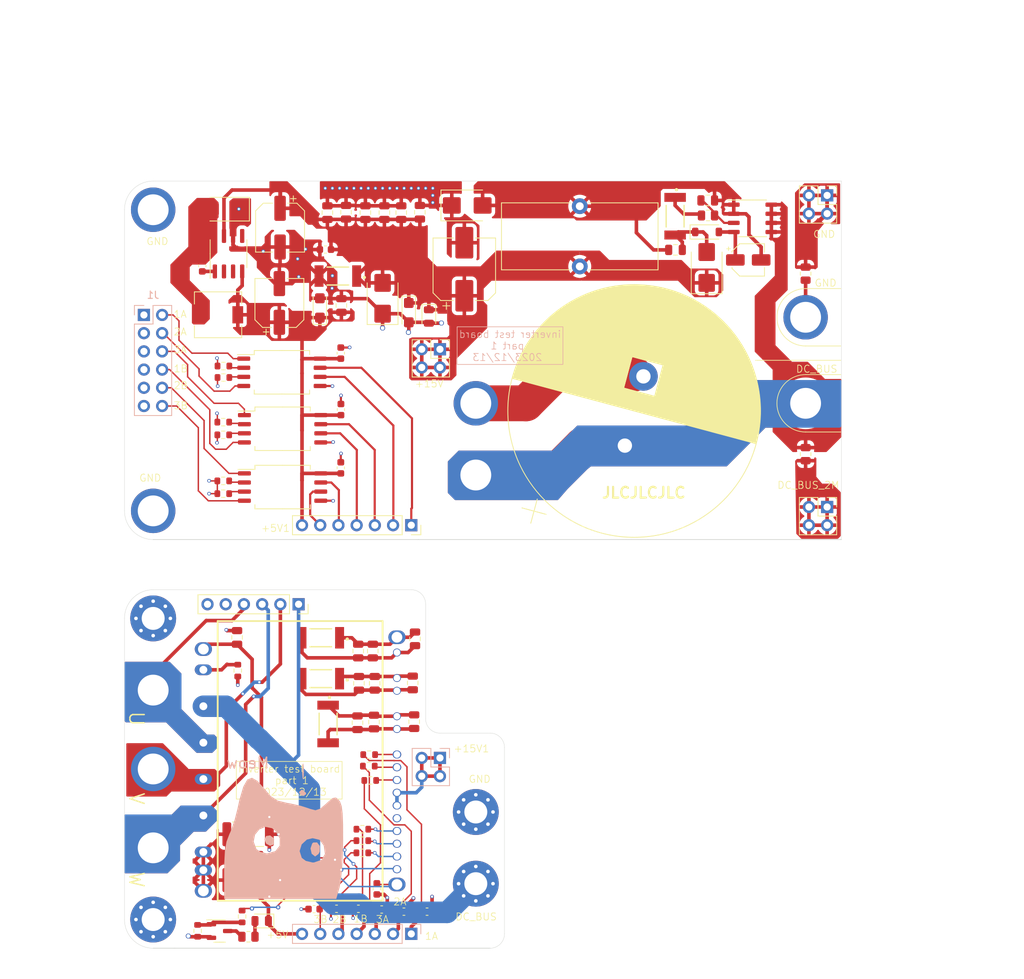
<source format=kicad_pcb>
(kicad_pcb (version 20221018) (generator pcbnew)
  (layers (0 "F.Cu" signal) (1 "In1.Cu" signal) (2 "In2.Cu" signal) (31 "B.Cu" signal) (34 "B.Paste" user) (35 "F.Paste" user) (36 "B.SilkS" user "B.Silkscreen") (37 "F.SilkS" user "F.Silkscreen") (38 "B.Mask" user) (39 "F.Mask" user) (44 "Edge.Cuts" user))
  (net 0 "")
  (net 1 "GND")
  (net 2 "+5V1")
  (net 3 "DC_BUS")
  (net 4 "/M+1")
  (net 5 "/M-1")
  (net 6 "/M+2")
  (net 7 "/M-2")
  (net 8 "/M+3")
  (net 9 "/M-3")
  (net 10 "/OPWM1A")
  (net 11 "/OPWM2A")
  (net 12 "/OPWM3A")
  (net 13 "/OPWM1B")
  (net 14 "/OPWM2B")
  (net 15 "/OPWM3B")
  (net 16 "Net-(Q2-CSC)")
  (net 17 "Net-(D5-K)")
  (net 18 "Net-(D2-A)")
  (net 19 "Net-(D2-K)")
  (net 20 "Net-(U1-FB)")
  (net 21 "+15V1")
  (net 22 "Net-(D6-K)")
  (net 23 "Net-(U2-CB)")
  (net 24 "Net-(D1-K)")
  (net 25 "/PWM1A_5V")
  (net 26 "Net-(IC1-CATHODE_1)")
  (net 27 "Net-(IC1-CATHODE_2)")
  (net 28 "/PWM2A_5V")
  (net 29 "/PWM3A_5V")
  (net 30 "Net-(IC2-CATHODE_1)")
  (net 31 "Net-(IC2-CATHODE_2)")
  (net 32 "/PWM1B_5V")
  (net 33 "/PWM2B_5V")
  (net 34 "Net-(IC3-CATHODE_1)")
  (net 35 "Net-(IC3-CATHODE_2)")
  (net 36 "/PWM3B_5V")
  (net 37 "AGND")
  (net 38 "/DC_BUS_2M")
  (net 39 "/GND_2M")
  (net 40 "/U")
  (net 41 "/V")
  (net 42 "/W")
  (net 43 "Net-(Q1-B)")
  (net 44 "Net-(Q1-C)")
  (net 45 "/TEMP1")
  (net 46 "/CSC")
  (net 47 "/DSP_PWM1_~{FAULT_5V}")
  (net 48 "Net-(Q2-IN(WL))")
  (net 49 "Net-(Q2-IN(VL))")
  (net 50 "Net-(Q2-IN(UL))")
  (net 51 "Net-(Q2-IN(WH))")
  (net 52 "Net-(Q2-IN(VH))")
  (net 53 "Net-(Q2-IN(UH))")
  (net 54 "Net-(Z4-A)")
  (footprint "Capacitor_THT:CP_Radial_D35.0mm_P10.00mm_SnapIn" (layer "F.Cu") (at 100.79 115.9 75)
    (fp_text reference "C4" hide)
    (fp_text value "390uF/450V")
  )
  (footprint "Capacitor_SMD:C_0603_1608Metric" (layer "F.Cu") (at 61.169 118.998 -90)
    (fp_text reference "C3" hide)
    (fp_text value "100nf")
  )
  (footprint "Capacitor_SMD:C_0603_1608Metric" (layer "F.Cu") (at 66.875 180.6 180)
    (fp_text reference "C17" hide)
    (fp_text value "100pf")
  )
  (footprint "Capacitor_SMD:C_0805_2012Metric" (layer "F.Cu") (at 71.2 149 -90)
    (fp_text reference "C10" hide)
    (fp_text value "2.2uf")
  )
  (footprint "Diode_SMD:D_SMB" (layer "F.Cu") (at 78.8 82.4)
    (fp_text reference "D5" hide)
    (fp_text value "MURS220T3")
  )
  (footprint "" (layer "F.Cu") (at 35 83)
    (fp_text reference "")
    (fp_text value "")
  )
  (footprint "inverter_lib:MELF_DO-213AB" (layer "F.Cu") (at 58.375 148.4 180)
    (fp_text reference "Z2" hide)
    (fp_text value "ZM4746A-GS08" hide)
  )
  (footprint "Capacitor_SMD:C_0805_2012Metric" (layer "F.Cu") (at 65.63 144.55 -90)
    (fp_text reference "C5" hide)
    (fp_text value "2.2uf")
  )
  (footprint "Capacitor_SMD:C_0805_2012Metric" (layer "F.Cu") (at 71.4 154.4 -90)
    (fp_text reference "C14" hide)
    (fp_text value "100nf")
  )
  (footprint "Capacitor_SMD:C_0603_1608Metric" (layer "F.Cu") (at 57.443141 180.546714)
    (fp_text reference "C20" hide)
    (fp_text value "100pf")
  )
  (footprint "Capacitor_SMD:C_0805_2012Metric" (layer "F.Cu") (at 107.85 88.6)
    (fp_text reference "C22" hide)
    (fp_text value "0.1uf")
  )
  (footprint "Package_SO:SOIC-8_3.9x4.9mm_P1.27mm" (layer "F.Cu") (at 45.51 89.13 90)
    (fp_text reference "U2" hide)
    (fp_text value "LM2675M-5.0")
  )
  (footprint "Resistor_SMD:R_0603_1608Metric" (layer "F.Cu") (at 44.775 112.622 180)
    (fp_text reference "R4" hide)
    (fp_text value "750R")
  )
  (footprint "Inductor_THT:L_Toroid_Vertical_L21.6mm_W9.1mm_P8.40mm_Bourns_5700" (layer "F.Cu") (at 94.5 82.505)
    (fp_text reference "L1" hide)
    (fp_text value "1mH工字/3A")
  )
  (footprint "Resistor_SMD:R_0805_2012Metric" (layer "F.Cu") (at 126 117.0875 -90)
    (fp_text reference "R10" hide)
    (fp_text value "2M")
  )
  (footprint "Resistor_SMD:R_0603_1608Metric" (layer "F.Cu") (at 65.075 160.6 180)
    (fp_text reference "R14" hide)
    (fp_text value "100R")
  )
  (footprint "Capacitor_SMD:C_0603_1608Metric" (layer "F.Cu") (at 69.975 180.9 180)
    (fp_text reference "C16" hide)
    (fp_text value "100pf")
  )
  (footprint "Resistor_SMD:R_0603_1608Metric" (layer "F.Cu") (at 46.8 147.275 90)
    (fp_text reference "R12" hide)
    (fp_text value "5.1k")
  )
  (footprint "inverter_lib:M3_smt" (layer "F.Cu") (at 35 161)
    (fp_text reference "J9" hide)
    (fp_text value "Header 2")
  )
  (footprint "Capacitor_SMD:C_0805_2012Metric" (layer "F.Cu") (at 64.6 83.4 -90)
    (fp_text reference "C30" hide)
    (fp_text value "4.7uf")
  )
  (footprint "Capacitor_SMD:C_0805_2012Metric" (layer "F.Cu") (at 69.6 83.4 90)
    (fp_text reference "C27" hide)
    (fp_text value "100nf")
  )
  (footprint "Resistor_SMD:R_0603_1608Metric" (layer "F.Cu") (at 64.175 171 180)
    (fp_text reference "R17" hide)
    (fp_text value "100R")
  )
  (footprint "Connector_PinSocket_2.54mm:PinSocket_1x06_P2.54mm_Vertical" (layer "F.Cu") (at 55.28 138.025 -90)
    (fp_text reference "J10" hide)
    (fp_text value "Conn_01x06_Pin")
  )
  (footprint "MountingHole:MountingHole_3.2mm_M3_Pad_Via" (layer "F.Cu") (at 35 182)
    (fp_text reference "H2" hide)
    (fp_text value "MountingHole_Pad")
  )
  (footprint "Capacitor_SMD:C_0805_2012Metric" (layer "F.Cu") (at 63.6 144.55 -90)
    (fp_text reference "C6" hide)
    (fp_text value "2.2uf")
  )
  (footprint "Diode_SMD:D_SMB" (layer "F.Cu") (at 112.2 91.05 90)
    (fp_text reference "D3" hide)
    (fp_text value "MURS220T3")
  )
  (footprint "Capacitor_SMD:C_0603_1608Metric" (layer "F.Cu") (at 61.169 102.996 -90)
    (fp_text reference "C1" hide)
    (fp_text value "100nf")
  )
  (footprint "Capacitor_SMD:C_0805_2012Metric" (layer "F.Cu") (at 72.2 83.35 -90)
    (fp_text reference "C25" hide)
    (fp_text value "0.1uf")
  )
  (footprint "Resistor_SMD:R_0603_1608Metric" (layer "F.Cu") (at 44.775 122.6 180)
    (fp_text reference "R9" hide)
    (fp_text value "750R")
  )
  (footprint "Capacitor_SMD:C_0805_2012Metric" (layer "F.Cu") (at 59.3 83.4 -90)
    (fp_text reference "C32" hide)
    (fp_text value "100nf")
  )
  (footprint "Resistor_SMD:R_0805_2012Metric" (layer "F.Cu") (at 48.2875 184.4)
    (fp_text reference "R3" hide)
    (fp_text value "301R")
  )
  (footprint "Connector_PinSocket_2.54mm:PinSocket_2x02_P2.54mm_Vertical" (layer "F.Cu") (at 129 124.46)
    (fp_text reference "J5" hide)
    (fp_text value "Conn_01x02_Pin")
  )
  (footprint "inverter_lib:M3_smt" (layer "F.Cu") (at 126 110)
    (fp_text reference "J6" hide)
    (fp_text value "Header 2")
  )
  (footprint "Capacitor_SMD:C_0603_1608Metric" (layer "F.Cu") (at 60.575 180.5)
    (fp_text reference "C19" hide)
    (fp_text value "100pf")
  )
  (footprint "Connector_PinSocket_2.54mm:PinSocket_2x02_P2.54mm_Vertical" (layer "F.Cu") (at 129 81)
    (fp_text reference "J4" hide)
    (fp_text value "Conn_01x02_Pin")
  )
  (footprint "Resistor_SMD:R_2512_6332Metric" (layer "F.Cu") (at 48.2375 170.1)
    (fp_text reference "R20" hide)
    (fp_text value "8mR")
  )
  (footprint "Inductor_SMD:L_6.3x6.3_H3" (layer "F.Cu") (at 44.05 97.65)
    (fp_text reference "L2" hide)
    (fp_text value "330uh")
  )
  (footprint "Diode_SMD:D_SMA" (layer "F.Cu") (at 44.91 82.92 180)
    (fp_text reference "D6" hide)
    (fp_text value "1N5819 SS14")
  )
  (footprint "Resistor_SMD:R_0603_1608Metric" (layer "F.Cu") (at 65.125 159 180)
    (fp_text reference "R13" hide)
    (fp_text value "100R")
  )
  (footprint "Capacitor_SMD:CP_Elec_4x5.4" (layer "F.Cu") (at 118 90)
    (fp_text reference "C23" hide)
    (fp_text value "10uF/35V")
  )
  (footprint "inverter_lib:MELF_DO-213AB" (layer "F.Cu") (at 58.375 142.7 180)
    (fp_text reference "Z1" hide)
    (fp_text value "ZM4746A-GS08" hide)
  )
  (footprint "Diode_SMD:D_SMB" (layer "F.Cu") (at 67 95.35 90)
    (fp_text reference "D4" hide)
    (fp_text value "MURS220T3")
  )
  (footprint "Resistor_SMD:R_0603_1608Metric" (layer "F.Cu") (at 47.4 181.575 90)
    (fp_text reference "R6" hide)
    (fp_text value "10K")
  )
  (footprint "Resistor_SMD:R_1206_3216Metric" (layer "F.Cu") (at 48.3375 173.3 180)
    (fp_text reference "R21" hide)
    (fp_text value "2k")
  )
  (footprint "Connector_PinSocket_2.54mm:PinSocket_1x07_P2.54mm_Vertical" (layer "F.Cu") (at 71 127 -90)
    (fp_text reference "J2" hide)
    (fp_text value "board_1")
  )
  (footprint "inverter_lib:M3_smt" (layer "F.Cu") (at 35 172)
    (fp_text reference "J11" hide)
    (fp_text value "Header 2")
  )
  (footprint "Capacitor_SMD:C_0805_2012Metric" (layer "F.Cu") (at 63.5 154.55 -90)
    (fp_text reference "C13" hide)
    (fp_text value "2.2uf")
  )
  (footprint "MountingHole:MountingHole_3.2mm_M3_Pad_Via" (layer "F.Cu") (at 35 140)
    (fp_text reference "H1" hide)
    (fp_text value "MountingHole_Pad")
  )
  (footprint "Connector_PinSocket_2.54mm:PinSocket_2x02_P2.54mm_Vertical" (layer "F.Cu") (at 75 102.46)
    (fp_text reference "J12" hide)
    (fp_text value "Conn_02x02_Odd_Even")
  )
  (footprint "Capacitor_Tantalum_SMD:CP_EIA-3216-18_Kemet-A" (layer "F.Cu") (at 70.65 97.35 -90)
    (fp_text reference "C28" hide)
    (fp_text value "22uf 16V")
  )
  (footprint "Resistor_SMD:R_0603_1608Metric" (layer "F.Cu") (at 44.775 120.822 180)
    (fp_text reference "R8" hide)
    (fp_text value "750R")
  )
  (footprint "Resistor_SMD:R_0603_1608Metric" (layer "F.Cu") (at 44.8 104.8 180)
    (fp_text reference "R1" hide)
    (fp_text value "750R")
  )
  (footprint "MountingHole:MountingHole_3.2mm_M3_Pad_Via" (layer "F.Cu") (at 80 167)
    (fp_text reference "H4" hide)
    (fp_text value "MountingHole_Pad")
  )
  (footprint "Capacitor_SMD:CP_Elec_6.3x7.7" (layer "F.Cu") (at 52.7 85.5 -90)
    (fp_text reference "C35" hide)
    (fp_text value "100uf 25V 贴片铝电解")
  )
  (footprint "Capacitor_SMD:C_0805_2012Metric" (layer "F.Cu") (at 46.7 142.65 -90)
    (fp_text reference "C8" hide)
    (fp_text value "100nf")
  )
  (footprint "Capacitor_SMD:C_0805_2012Metric" (layer "F.Cu") (at 61.25 96.35 -90)
    (fp_text reference "C39" hide)
    (fp_text value "100nf")
  )
  (footprint "Capacitor_SMD:C_0805_2012Metric" (layer "F.Cu") (at 112.35 81.7 180)
    (fp_text reference "C24" hide)
    (fp_text value "0.1uf")
  )
  (footprint "Capacitor_Tantalum_SMD:CP_EIA-3216-18_Kemet-A" (layer "F.Cu") (at 58.25 96.7 90)
    (fp_text reference "C38" hide)
    (fp_text value "22uf 16V")
  )
  (footprint "Resistor_SMD:R_0603_1608Metric" (layer "F.Cu") (at 44.8 106.4 180)
    (fp_text reference "R2" hide)
    (fp_text value "750R")
  )
  (footprint "Resistor_SMD:R_2512_6332Metric" (layer "F.Cu") (at 48.2375 176.5)
    (fp_text reference "R19" hide)
    (fp_text value "8mR")
  )
  (footprint "Capacitor_SMD:C_0805_2012Metric" (layer "F.Cu") (at 65.8 154.45 -90)
    (fp_text reference "C12" hide)
    (fp_text value "2.2uf")
  )
  (footprint "Diode_SMD:D_0805_2012Metric" (layer "F.Cu") (at 73.45 97.8875 -90)
    (fp_text reference "C33" hide)
    (fp_text value "100nf")
  )
  (footprint "Package_SO:SOIC-8_7.5x5.85mm_P1.27mm" (layer "F.Cu") (at 53.05 121.678)
    (fp_text reference "IC3" hide)
    (fp_text value "TLP2270_D4-LF4,E")
  )
  (footprint "Capacitor_SMD:C_0805_2012Metric" (layer "F.Cu") (at 71.52 142.85 -90)
    (fp_text reference "C7" hide)
    (fp_text value "100nf")
  )
  (footprint "Capacitor_SMD:CP_Elec_6.3x7.7" (layer "F.Cu") (at 52.6 96 90)
    (fp_text reference "C37" hide)
    (fp_text value "330uf 16V 铝电解")
  )
  (footprint "Package_SO:SOIC-8_7.5x5.85mm_P1.27mm" (layer "F.Cu") (at 53.05 113.55)
    (fp_text reference "IC2" hide)
    (fp_text value "TLP2270_D4-LF4,E")
  )
  (footprint "Capacitor_SMD:C_0603_1608Metric" (layer "F.Cu") (at 63.625 180.5)
    (fp_text reference "C18" hide)
    (fp_text value "100pf")
  )
  (footprint "" (layer "F.Cu") (at 80 110)
    (fp_text reference "")
    (fp_text value "")
  )
  (footprint "Capacitor_SMD:C_0603_1608Metric" (layer "F.Cu") (at 61.187 110.87 -90)
    (fp_text reference "C2" hide)
    (fp_text value "100nf")
  )
  (footprint "inverter_lib:MELF_DO-213AB" (layer "F.Cu") (at 59.4 154.725 -90)
    (fp_text reference "Z3" hide)
    (fp_text value "ZM4746A-GS08" hide)
  )
  (footprint "Capacitor_SMD:C_0805_2012Metric" (layer "F.Cu") (at 63.7 149.05 -90)
    (fp_text reference "C9" hide)
    (fp_text value "2.2uf")
  )
  (footprint "Resistor_SMD:R_0603_1608Metric" (layer "F.Cu") (at 64.175 169.4 180)
    (fp_text reference "R16" hide)
    (fp_text value "100R")
  )
  (footprint "Package_TO_SOT_SMD:SOT-23-3" (layer "F.Cu") (at 44.2625 183.6)
    (fp_text reference "Q1" hide)
    (fp_text value "FMMT618TA")
  )
  (footprint "Capacitor_SMD:C_0805_2012Metric" (layer "F.Cu") (at 67.25 83.4 -90)
    (fp_text reference "C29" hide)
    (fp_text value "4.7uf")
  )
  (footprint "Capacitor_SMD:C_0805_2012Metric" (layer "F.Cu") (at 61.9 83.35 -90)
    (fp_text reference "C31" hide)
    (fp_text value "100nf")
  )
  (footprint "Resistor_SMD:R_0805_2012Metric" (layer "F.Cu") (at 126 91.9125 90)
    (fp_text reference "R11" hide)
    (fp_text value "2M")
  )
  (footprint "LED_SMD:LED_0805_2012Metric" (layer "F.Cu") (at 50.1375 182.2 180)
    (fp_text reference "D1" hide)
    (fp_text value "LEDRED")
  )
  (footprint "inverter_lib:MELF_DO-213AB" (layer "F.Cu") (at 107.8 83.9 -90)
    (fp_text reference "Z4" hide)
    (fp_text value "13V -ZM4743" hide)
  )
  (footprint "Package_SO:SOIC-8_7.5x5.85mm_P1.27mm" (layer "F.Cu") (at 52.96 105.676)
    (fp_text reference "IC1" hide)
    (fp_text value "TLP2270_D4-LF4,E")
  )
  (footprint "Capacitor_SMD:C_0603_1608Metric" (layer "F.Cu") (at 59.025 88.55)
    (fp_text reference "C36" hide)
    (fp_text value "100nf")
  )
  (footprint "Capacitor_SMD:C_0603_1608Metric" (layer "F.Cu") (at 73.2 180.9 180)
    (fp_text reference "C15" hide)
    (fp_text value "100pf")
  )
  (footprint "inverter_lib:M3_smt" (layer "F.Cu") (at 35 150)
    (fp_text reference "J8" hide)
    (fp_text value "Header 2")
  )
  (footprint "Diode_SMD:D_SOD-123" (layer "F.Cu") (at 112.25 86.1)
    (fp_text reference "D2" hide)
    (fp_text value "1N4148")
  )
  (footprint "Resistor_SMD:R_0603_1608Metric" (layer "F.Cu") (at 64.175 172.7 180)
    (fp_text reference "R18" hide)
    (fp_text value "100R")
  )
  (footprint "Resistor_SMD:R_0805_2012Metric" (layer "F.Cu") (at 112.3875 83.8 180)
    (fp_text reference "R22" hide)
    (fp_text value "1k 1%")
  )
  (footprint "" (layer "F.Cu") (at 80 120)
    (fp_text reference "")
    (fp_text value "")
  )
  (footprint "Resistor_SMD:R_0603_1608Metric" (layer "F.Cu") (at 65.275 162.6 180)
    (fp_text reference "R15" hide)
    (fp_text value "100R")
  )
  (footprint "Capacitor_SMD:C_0603_1608Metric" (layer "F.Cu") (at 66.2 177.725 90)
    (fp_text reference "C21" hide)
    (fp_text value "1nf")
  )
  (footprint "Resistor_SMD:R_0603_1608Metric" (layer "F.Cu") (at 44.775 114.4 180)
    (fp_text reference "R5" hide)
    (fp_text value "750R")
  )
  (footprint "Capacitor_SMD:C_0805_2012Metric" (layer "F.Cu") (at 65.9 149.05 -90)
    (fp_text reference "C11" hide)
    (fp_text value "100nf")
  )
  (footprint "Resistor_SMD:R_0603_1608Metric" (layer "F.Cu") (at 41.2 183.575 -90)
    (fp_text reference "R7" hide)
    (fp_text value "2K")
  )
  (footprint "Capacitor_SMD:CP_Elec_8x10.5" (layer "F.Cu") (at 78.4 91.3 90)
    (fp_text reference "C26" hide)
    (fp_text value "470uF/25V")
  )
  (footprint "" (layer "F.Cu") (at 35 125)
    (fp_text reference "")
    (fp_text value "")
  )
  (footprint "inverter_lib:MELF_DO-213AB" (layer "F.Cu") (at 60.755 92.25 180)
    (fp_text reference "Z5" hide)
    (fp_text value "ZM4746A-GS08" hide)
  )
  (footprint "inverter_lib:M3_smt" (layer "F.Cu") (at 126 98)
    (fp_text reference "J7" hide)
    (fp_text value "Header 2")
  )
  (footprint "MountingHole:MountingHole_3.2mm_M3_Pad_Via" (layer "F.Cu") (at 80 177)
    (fp_text reference "H3" hide)
    (fp_text value "MountingHole_Pad")
  )
  (footprint "Capacitor_SMD:C_0603_1608Metric" (layer "F.Cu") (at 41.85 90.825 -90)
    (fp_text reference "C34" hide)
    (fp_text value "0.01uF")
  )
  (footprint "Package_SO:SOP-8_3.9x4.9mm_P1.27mm" (layer "F.Cu") (at 118.6 84.2)
    (fp_text reference "U1" hide)
    (fp_text value "VIPER22A")
  )
  (footprint "LOGO" (layer "B.Cu") (at 54.988459 168.963477 180)
    (fp_text reference "G***" hide)
    (fp_text value "LOGO" hide)
  )
  (footprint "Connector_PinSocket_2.54mm:PinSocket_1x07_P2.54mm_Vertical" (layer "B.Cu") (at 71 184 90)
    (fp_text reference "J3" hide)
    (fp_text value "board_1")
  )
  (footprint "Connector_PinSocket_2.54mm:PinSocket_2x06_P2.54mm_Vertical" (layer "B.Cu") (at 33.71 97.675 180)
    (fp_text reference "J1")
    (fp_text value "Conn_02x06_Top_Bottom")
  )
  (footprint "Connector_PinSocket_2.54mm:PinSocket_2x02_P2.54mm_Vertical" (layer "B.Cu") (at 75 159.46 90)
    (fp_text reference "J12" hide)
    (fp_text value "Conn_02x02_Odd_Even")
  )
  (footprint "inverter_lib:FNC42060F" (layer "B.Cu") (at 55.5 160.3145)
    (fp_text reference "Q2" hide)
    (fp_text value "FNC42060F" hide)
  )
  (gr_rect (start 77.400002 99.325) (end 92.150002 104.575) (stroke (width 0.1)) (fill none) (layer "B.SilkS"))
  (gr_line (start 130.9 104) (end 119 104) (stroke (width 0.1)) (layer "F.SilkS"))
  (gr_line (start 126 106) (end 130.9 106) (stroke (width 0.1)) (layer "F.SilkS"))
  (gr_rect (start 61.35 165.2) (end 46.6 159.95) (stroke (width 0.1)) (fill none) (layer "F.SilkS"))
  (gr_arc (start 126 114) (mid 122 110) (end 126 106) (stroke (width 0.1)) (layer "F.SilkS"))
  (gr_arc (start 126 102) (mid 122 98) (end 126 94) (stroke (width 0.1)) (layer "F.SilkS"))
  (gr_line (start 126 102) (end 130.9 102) (stroke (width 0.1)) (layer "F.SilkS"))
  (gr_line (start 126 94) (end 130.9 94) (stroke (width 0.1)) (layer "F.SilkS"))
  (gr_line (start 126 114) (end 130.9 114) (stroke (width 0.1)) (layer "F.SilkS"))
  (gr_line (start 84 184) (end 84 158) (stroke (width 0.05)) (layer "Edge.Cuts"))
  (gr_line (start 31 140) (end 31 182) (stroke (width 0.05)) (layer "Edge.Cuts"))
  (gr_line (start 72 186) (end 38 186) (stroke (width 0.1)) (layer "Edge.Cuts"))
  (gr_line (start 72 129) (end 35 129) (stroke (width 0.1)) (layer "Edge.Cuts"))
  (gr_line (start 75 156) (end 82 156) (stroke (width 0.05)) (layer "Edge.Cuts"))
  (gr_line (start 131 129) (end 131 79) (stroke (width 0.05)) (layer "Edge.Cuts"))
  (gr_arc (start 31 83) (mid 32.171573 80.171573) (end 35 79) (stroke (width 0.05)) (layer "Edge.Cuts"))
  (gr_line (start 73 138) (end 73 154) (stroke (width 0.05)) (layer "Edge.Cuts"))
  (gr_arc (start 31 140) (mid 32.171573 137.171573) (end 35 136) (stroke (width 0.05)) (layer "Edge.Cuts"))
  (gr_arc (start 35 129) (mid 32.171573 127.828427) (end 31 125) (stroke (width 0.05)) (layer "Edge.Cuts"))
  (gr_arc (start 82 156) (mid 83.414214 156.585786) (end 84 158) (stroke (width 0.05)) (layer "Edge.Cuts"))
  (gr_arc (start 71 136) (mid 72.414214 136.585786) (end 73 138) (stroke (width 0.05)) (layer "Edge.Cuts"))
  (gr_line (start 82 186) (end 72 186) (stroke (width 0.1)) (layer "Edge.Cuts"))
  (gr_arc (start 75 156) (mid 73.585786 155.414214) (end 73 154) (stroke (width 0.05)) (layer "Edge.Cuts"))
  (gr_arc (start 35 186) (mid 32.171573 184.828427) (end 31 182) (stroke (width 0.05)) (layer "Edge.Cuts"))
  (gr_line (start 104 129) (end 72 129) (stroke (width 0.1)) (layer "Edge.Cuts"))
  (gr_line (start 131 79) (end 35 79) (stroke (width 0.05)) (layer "Edge.Cuts"))
  (gr_line (start 71 136) (end 35 136) (stroke (width 0.05)) (layer "Edge.Cuts"))
  (gr_line (start 35 186) (end 38 186) (stroke (width 0.1)) (layer "Edge.Cuts"))
  (gr_arc (start 84 184) (mid 83.414214 185.414214) (end 82 186) (stroke (width 0.05)) (layer "Edge.Cuts"))
  (gr_line (start 31 125) (end 31 83) (stroke (width 0.05)) (layer "Edge.Cuts"))
  (gr_line (start 104 129) (end 131 129) (stroke (width 0.1)) (layer "Edge.Cuts"))
  (gr_text "Meow" (at 51.3 161.05) (layer "B.SilkS") (effects (font (size 1.5 1.5) (thickness 0.2) bold) (justify left bottom mirror)))
  (gr_text "inverter test board \npart 1\n2023/12/13" (at 84.400002 104.175) (layer "B.SilkS") (effects (font (size 1 1) (thickness 0.1)) (justify bottom mirror)))
  (gr_text "GND" (at 34 88) (layer "F.SilkS") (effects (font (size 1 1) (thickness 0.1)) (justify left bottom)))
  (gr_text "3A" (at 37.8 103.1) (layer "F.SilkS") (effects (font (size 1 1) (thickness 0.1)) (justify left bottom)))
  (gr_text "2A" (at 68.45 180.1) (layer "F.SilkS") (effects (font (size 1 1) (thickness 0.1)) (justify left bottom)))
  (gr_text "DC_BUS_2M" (at 122 122) (layer "F.SilkS") (effects (font (size 1 1) (thickness 0.1)) (justify left bottom)))
  (gr_text "GND" (at 127.2 93.8) (layer "F.SilkS") (effects (font (size 1 1) (thickness 0.1)) (justify left bottom)))
  (gr_text "+5V" (at 50.75 184.7) (layer "F.SilkS") (effects (font (size 1 1) (thickness 0.1)) (justify left bottom)))
  (gr_text "1A" (at 72.85 184.9) (layer "F.SilkS") (effects (font (size 1 1) (thickness 0.1)) (justify left bottom)))
  (gr_text "2A" (at 37.8 100.6) (layer "F.SilkS") (effects (font (size 1 1) (thickness 0.1)) (justify left bottom)))
  (gr_text "DC_BUS" (at 77.1 182.2) (layer "F.SilkS") (effects (font (size 1 1) (thickness 0.1)) (justify left bottom)))
  (gr_text "V" (at 31.5 164.15 -90) (layer "F.SilkS") (effects (font (size 2 2) (thickness 0.2)) (justify left bottom)))
  (gr_text "+15V" (at 71.45 107.85) (layer "F.SilkS") (effects (font (size 1 1) (thickness 0.1)) (justify left bottom)))
  (gr_text "GND" (at 127 87) (layer "F.SilkS") (effects (font (size 1 1) (thickness 0.1)) (justify left bottom)))
  (gr_text "inverter test board \npart 1\n2023/12/13" (at 54.35 164.8) (layer "F.SilkS") (effects (font (size 1 1) (thickness 0.1)) (justify bottom)))
  (gr_text "GND" (at 33 121) (layer "F.SilkS") (effects (font (size 1 1) (thickness 0.1)) (justify left bottom)))
  (gr_text "1B" (at 62.9 182.5) (layer "F.SilkS") (effects (font (size 1 1) (thickness 0.1)) (justify left bottom)))
  (gr_text "3B" (at 57.3 182.55) (layer "F.SilkS") (effects (font (size 1 1) (thickness 0.1)) (justify left bottom)))
  (gr_text "1A" (at 37.8 98.15) (layer "F.SilkS") (effects (font (size 1 1) (thickness 0.1)) (justify left bottom)))
  (gr_text "U" (at 31.5 152.8 -90) (layer "F.SilkS") (effects (font (size 2 2) (thickness 0.2)) (justify left bottom)))
  (gr_text "GND" (at 78.95 163) (layer "F.SilkS") (effects (font (size 1 1) (thickness 0.1)) (justify left bottom)))
  (gr_text "JLCJLCJLC" (at 97.45 123.35) (layer "F.SilkS") (effects (font (size 1.5 1.5) (thickness 0.3) bold) (justify left bottom)))
  (gr_text "+5V1\n" (at 50 128) (layer "F.SilkS") (effects (font (size 1 1) (thickness 0.1)) (justify left bottom)))
  (gr_text "DC_BUS\n" (at 124.6 105.8) (layer "F.SilkS") (effects (font (size 1 1) (thickness 0.1)) (justify left bottom)))
  (gr_text "1B\n" (at 37.8 105.75) (layer "F.SilkS") (effects (font (size 1 1) (thickness 0.1)) (justify left bottom)))
  (gr_text "+15V1\n" (at 76.85 158.75) (layer "F.SilkS") (effects (font (size 1 1) (thickness 0.1)) (justify left bottom)))
  (gr_text "3B" (at 37.8 110.9) (layer "F.SilkS") (effects (font (size 1 1) (thickness 0.1)) (justify left bottom)))
  (gr_text "2B\n" (at 37.8 108.1) (layer "F.SilkS") (effects (font (size 1 1) (thickness 0.1)) (justify left bottom)))
  (gr_text "2B" (at 59.95 182.55) (layer "F.SilkS") (effects (font (size 1 1) (thickness 0.1)) (justify left bottom)))
  (gr_text "W" (at 31.5 175.15 -90) (layer "F.SilkS") (effects (font (size 2 2) (thickness 0.2)) (justify left bottom)))
  (gr_text "3A" (at 66 182.55) (layer "F.SilkS") (effects (font (size 1 1) (thickness 0.1)) (justify left bottom)))
  (segment (start 46.74 88.49) (end 50.04 88.49) (width 0.5) (layer "F.Cu") (net 1))
  (segment (start 58.375 123.583) (end 60.083 123.583) (width 0.3) (layer "F.Cu") (net 1))
  (segment (start 60.045 115.455) (end 60.1 115.4) (width 0.3) (layer "F.Cu") (net 1))
  (segment (start 70.75 180.9) (end 70.75 179.65) (width 0.5) (layer "F.Cu") (net 1))
  (segment (start 58.285 107.581) (end 59.981 107.581) (width 0.3) (layer "F.Cu") (net 1))
  (segment (start 61.187 108.913) (end 61.2 108.9) (width 0.3) (layer "F.Cu") (net 1))
  (segment (start 59.981 107.581) (end 60 107.6) (width 0.3) (layer "F.Cu") (net 1))
  (segment (start 50.4 88.85) (end 50.35 88.8) (width 0.5) (layer "F.Cu") (net 1))
  (segment (start 41.2 184.4) (end 42.975 184.4) (width 0.5) (layer "F.Cu") (net 1))
  (segment (start 63 181.8) (end 62.9 181.7) (width 0.3) (layer "F.Cu") (net 1))
  (segment (start 70.65 100.05) (end 70.6 100.1) (width 0.5) (layer "F.Cu") (net 1))
  (segment (start 50.4 91.7) (end 50.4 88.85) (width 0.5) (layer "F.Cu") (net 1))
  (segment (start 62.9 181.8) (end 63 181.8) (width 0.3) (layer "F.Cu") (net 1))
  (segment (start 46.8 148.1) (end 46.8 149.3) (width 0.5) (layer "F.Cu") (net 1))
  (segment (start 58.375 115.455) (end 60.045 115.455) (width 0.3) (layer "F.Cu") (net 1))
  (segment (start 61.85 82.45) (end 61.9 82.4) (width 0.5) (layer "F.Cu") (net 1))
  (segment (start 62.85 181.65) (end 62.9 181.7) (width 0.3) (layer "F.Cu") (net 1))
  (segment (start 45.3 141.7) (end 45.2 141.6) (width 0.5) (layer "F.Cu") (net 1))
  (segment (start 52 93.3) (end 50.4 91.7) (width 0.5) (layer "F.Cu") (net 1))
  (segment (start 62.85 180.5) (end 62.85 181.65) (width 0.3) (layer "F.Cu") (net 1))
  (segment (start 55.6 180.6) (end 55.653286 180.546714) (width 0.3) (layer "F.Cu") (net 1))
  (segment (start 73.45 98.825) (end 75.175 98.825) (width 0.5) (layer "F.Cu") (net 1))
  (segment (start 91.119501 105.880499) (end 102 105.880499) (width 5) (layer "F.Cu") (net 1))
  (segment (start 73.325 98.7) (end 73.45 98.825) (width 0.5) (layer "F.Cu") (net 1))
  (segment (start 62.9 181.7) (end 62.9 181.8) (width 0.3) (layer "F.Cu") (net 1))
  (segment (start 54.35 93.3) (end 55.3 92.35) (width 0.5) (layer "F.Cu") (net 1))
  (segment (start 59.8 180.5) (end 59.8 181.9) (width 0.3) (layer "F.Cu") (net 1))
  (segment (start 52.6 93.3) (end 52 93.3) (width 0.5) (layer "F.Cu") (net 1))
  (segment (start 70.65 98.7) (end 70.65 100.05) (width 0.5) (layer "F.Cu") (net 1))
  (segment (start 61.187 110.095) (end 61.187 108.913) (width 0.3) (layer "F.Cu") (net 1))
  (segment (start 67.2 178.5) (end 67.65 178.95) (width 0.5) (layer "F.Cu") (net 1))
  (segment (start 42.975 184.4) (end 43.125 184.55) (width 0.5) (layer "F.Cu") (net 1))
  (segment (start 59.3 82.45) (end 61.85 82.45) (width 0.5) (layer "F.Cu") (net 1))
  (segment (start 64.6 82.45) (end 67.25 82.45) (width 0.5) (layer "F.Cu") (net 1))
  (segment (start 46.145 87.895) (end 46.74 88.49) (width 0.5) (layer "F.Cu") (net 1))
  (segment (start 61.169 117.031) (end 61.2 117) (width 0.3) (layer "F.Cu") (net 1))
  (segment (start 69.45 97.5) (end 70.65 98.7) (width 0.5) (layer "F.Cu") (net 1))
  (segment (start 73.975 180.9) (end 73.9 180.825) (width 0.5) (layer "F.Cu") (net 1))
  (segment (start 61.169 118.223) (end 61.169 117.031) (width 0.3) (layer "F.Cu") (net 1))
  (segment (start 51.2 176.5) (end 52.7 176.5) (width 0.5) (layer "F.Cu") (net 1))
  (segment (start 61.169 102.221) (end 62.379 102.221) (width 0.3) (layer "F.Cu") (net 1))
  (segment (start 41.2 184.4) (end 40 184.4) (width 0.5) (layer "F.Cu") (net 1))
  (segment (start 67.65 180.6) (end 67.65 178.95) (width 0.5) (layer "F.Cu") (net 1))
  (segment (start 80 110) (end 87 110) (width 5) (layer "F.Cu") (net 1))
  (segment (start 126 92.825) (end 126 98) (width 0.5) (layer "F.Cu") (net 1))
  (segment (start 62.379 102.221) (end 62.4 102.2) (width 0.3) (layer "F.Cu") (net 1))
  (segment (start 67 97.5) (end 69.45 97.5) (width 0.5) (layer "F.Cu") (net 1))
  (segment (start 64.9 95.4) (end 67 97.5) (width 0.5) (layer "F.Cu") (net 1))
  (segment (start 51.2 170.1) (end 52.5 170.1) (width 0.5) (layer "F.Cu") (net 1))
  (segment (start 50.04 88.49) (end 50.35 88.8) (width 0.5) (layer "F.Cu") (net 1))
  (segment (start 66.2 178.5) (end 67.2 178.5) (width 0.5) (layer "F.Cu") (net 1))
  (segment (start 51.2 176.5) (end 51.2 178.8) (width 0.5) (layer "F.Cu") (net 1))
  (segment (start 46.145 86.655) (end 46.145 87.895) (width 0.5) (layer "F.Cu") (net 1))
  (segment (start 73.9 180.825) (end 73.9 178.8) (width 0.5) (layer "F.Cu") (net 1))
  (segment (start 40 184.4) (end 39.9 184.3) (width 0.5) (layer "F.Cu") (net 1))
  (segment (start 51.2 170.1) (end 51.2 172.3) (width 0.5) (layer "F.Cu") (net 1))
  (segment (start 70.75 179.65) (end 71.3 179.1) (width 0.5) (layer "F.Cu") (net 1))
  (segment (start 46.7 141.7) (end 45.3 141.7) (width 0.5) (layer "F.Cu") (net 1))
  (segment (start 75.175 98.825) (end 75.2 98.8) (width 0.5) (layer "F.Cu") (net 1))
  (segment (start 87 110) (end 91.119501 105.880499) (width 5) (layer "F.Cu") (net 1))
  (segment (start 52.6 93.3) (end 54.35 93.3) (width 0.5) (layer "F.Cu") (net 1))
  (segment (start 60.083 123.583) (end 60.1 123.6) (width 0.3) (layer "F.Cu") (net 1))
  (segment (start 70.65 98.7) (end 73.325 98.7) (width 0.5) (layer "F.Cu") (net 1))
  (segment (start 67 97.5) (end 67 99.5) (width 0.5) (layer "F.Cu") (net 1))
  (segment (start 51.2 170.1) (end 51.2 167.7) (width 0.5) (layer "F.Cu") (net 1))
  (segment (start 59.8 181.9) (end 59.8 181.8) (width 0.3) (layer "F.Cu") (net 1))
  (segment (start 71.3 179.1) (end 71.3 179) (width 0.5) (layer "F.Cu") (net 1))
  (segment (start 56.668141 180.546714) (end 55.653286 180.546714) (width 0.3) (layer "F.Cu") (net 1))
  (segment (start 61.25 95.4) (end 64.9 95.4) (width 0.5) (layer "F.Cu") (net 1))
  (via (at 73.9 178.8) (size 0.5) (drill 0.3) (layers "F.Cu" "B.Cu") (net 1))
  (via (at 51.2 178.8) (size 0.5) (drill 0.3) (layers "F.Cu" "B.Cu") (net 1))
  (via (at 55.653286 180.546714) (size 0.5) (drill 0.3) (layers "F.Cu" "B.Cu") (net 1))
  (via (at 46.8 149.3) (size 0.5) (drill 0.3) (layers "F.Cu" "B.Cu") (net 1))
  (via (at 71 80) (size 0.5) (drill 0.3) (layers "F.Cu" "B.Cu") (net 1))
  (via (at 67 99.5) (size 0.7) (drill 0.5) (layers "F.Cu" "B.Cu") (net 1))
  (via (at 64 80) (size 0.5) (drill 0.3) (layers "F.Cu" "B.Cu") (net 1))
  (via (at 65 80) (size 0.5) (drill 0.3) (layers "F.Cu" "B.Cu") (net 1))
  (via (at 59.95 93.95) (size 0.5) (drill 0.3) (layers "F.Cu" "B.Cu") (net 1))
  (via (at 62 80) (size 0.5) (drill 0.3) (layers "F.Cu" "B.Cu") (net 1))
  (via (at 61 80) (size 0.5) (drill 0.3) (layers "F.Cu" "B.Cu") (net 1))
  (via (at 67.65 178.95) (size 0.5) (drill 0.3) (layers "F.Cu" "B.Cu") (net 1))
  (via (at 55.3 92.35) (size 0.5) (drill 0.3) (layers "F.Cu" "B.Cu") (net 1))
  (via (at 51.2 167.7) (size 0.5) (drill 0.3) (layers "F.Cu" "B.Cu") (net 1))
  (via (at 66 80) (size 0.5) (drill 0.3) (layers "F.Cu" "B.Cu") (net 1))
  (via (at 60 80) (size 0.5) (drill 0.3) (layers "F.Cu" "B.Cu") (net 1))
  (via (at 52.5 170.1) (size 0.5) (drill 0.3) (layers "F.Cu" "B.Cu") (net 1))
  (via (at 50.35 88.8) (size 0.5) (drill 0.3) (layers "F.Cu" "B.Cu") (net 1))
  (via (at 52.7 176.5) (size 0.5) (drill 0.3) (layers "F.Cu" "B.Cu") (net 1))
  (via (at 51.2 172.3) (size 0.5) (drill 0.3) (layers "F.Cu" "B.Cu") (net 1))
  (via (at 55.15 89.85) (size 0.5) (drill 0.3) (layers "F.Cu" "B.Cu") (net 1))
  (via (at 46.95 82.9) (size 0.5) (drill 0.3) (layers "F.Cu" "B.Cu") (net 1))
  (via (at 75.2 98.8) (size 0.7) (drill 0.5) (layers "F.Cu" "B.Cu") (net 1))
  (via (at 73 80) (size 0.5) (drill 0.3) (layers "F.Cu" "B.Cu") (net 1))
  (via (at 61.2 108.9) (size 0.5) (drill 0.3) (layers "F.Cu" "B.Cu") (net 1))
  (via (at 45.2 141.6) (size 0.5) (drill 0.3) (layers "F.Cu" "B.Cu") (net 1))
  (via (at 63 80) (size 0.5) (drill 0.3) (layers "F.Cu" "B.Cu") (net 1))
  (via (at 62.4 102.2) (size 0.5) (drill 0.3) (layers "F.Cu" "B.Cu") (net 1))
  (via (at 74 82) (size 0.5) (drill 0.3) (layers "F.Cu" "B.Cu") (net 1))
  (via (at 39.9 184.3) (size 0.7) (drill 0.5) (layers "F.Cu" "B.Cu") (net 1))
  (via (at 67 80) (size 0.5) (drill 0.3) (layers "F.Cu" "B.Cu") (net 1))
  (via (at 70.6 100.1) (size 0.7) (drill 0.5) (layers "F.Cu" "B.Cu") (net 1))
  (via (at 74 81) (size 0.5) (drill 0.3) (layers "F.Cu" "B.Cu") (net 1))
  (via (at 60.1 115.4) (size 0.5) (drill 0.3) (layers "F.Cu" "B.Cu") (net 1))
  (via (at 72 80) (size 0.5) (drill 0.3) (layers "F.Cu" "B.Cu") (net 1))
  (via (at 74 80) (size 0.5) (drill 0.3) (layers "F.Cu" "B.Cu") (net 1))
  (via (at 59.8 181.9) (size 0.5) (drill 0.3) (layers "F.Cu" "B.Cu") (net 1))
  (via (at 71.3 179) (size 0.5) (drill 0.3) (layers "F.Cu" "B.Cu") (net 1))
  (via (at 68 80) (size 0.5) (drill 0.3) (layers "F.Cu" "B.Cu") (net 1))
  (via (at 60.1 123.6) (size 0.5) (drill 0.3) (layers "F.Cu" "B.Cu") (net 1))
  (via (at 59 80) (size 0.5) (drill 0.3) (layers "F.Cu" "B.Cu") (net 1))
  (via (at 69 80) (size 0.5) (drill 0.3) (layers "F.Cu" "B.Cu") (net 1))
  (via (at 62.9 181.8) (size 0.5) (drill 0.3) (layers "F.Cu" "B.Cu") (net 1))
  (via (at 60 107.6) (size 0.5) (drill 0.3) (layers "F.Cu" "B.Cu") (net 1))
  (via (at 60 92.2) (size 0.5) (drill 0.3) (layers "F.Cu" "B.Cu") (net 1))
  (via (at 70 80) (size 0.5) (drill 0.3) (layers "F.Cu" "B.Cu") (net 1))
  (via (at 56.25 88.5) (size 0.5) (drill 0.3) (layers "F.Cu" "B.Cu") (net 1))
  (via (at 61.2 117) (size 0.5) (drill 0.3) (layers "F.Cu" "B.Cu") (net 1))
  (segment (start 61.187 111.645) (end 58.375 111.645) (width 0.5) (layer "F.Cu") (net 2))
  (segment (start 48.6 165.3) (end 50.1 163.8) (width 0.5) (layer "F.Cu") (net 2))
  (segment (start 55.889 103.771) (end 55.76 103.9) (width 0.5) (layer "F.Cu") (net 2))
  (segment (start 55.76 105.817472) (end 55.76 113.781472) (width 0.5) (layer "F.Cu") (net 2))
  (segment (start 55.76 120.74) (end 55.76 119.773) (width 0.5) (layer "F.Cu") (net 2))
  (segment (start 55.76 100.64) (end 55.8 100.6) (width 0.5) (layer "F.Cu") (net 2))
  (segment (start 51.075 182.2) (end 51.075 180.175) (width 0.5) (layer "F.Cu") (net 2))
  (segment (start 61.169 119.773) (end 58.375 119.773) (width 0.5) (layer "F.Cu") (net 2))
  (segment (start 55.76 119.773) (end 58.375 119.773) (width 0.5) (layer "F.Cu") (net 2))
  (segment (start 50.1 163.8) (end 50.1 150.98995) (width 0.5) (layer "F.Cu") (net 2))
  (segment (start 51.075 182.2) (end 51.075 182.675) (width 0.5) (layer "F.Cu") (net 2))
  (segment (start 61.169 103.771) (end 58.285 103.771) (width 0.5) (layer "F.Cu") (net 2))
  (segment (start 51.075 182.675) (end 52.4 184) (width 0.5) (layer "F.Cu") (net 2))
  (segment (start 55.76 105.817472) (end 55.76 103.9) (width 0.5) (layer "F.Cu") (net 2))
  (segment (start 47.415 93.585) (end 47.415 91.605) (width 0.5) (layer "F.Cu") (net 2))
  (segment (start 48.8 145.7) (end 46.7 143.6) (width 0.5) (layer "F.Cu") (net 2))
  (segment (start 58.375 111.645) (end 55.76 111.645) (width 0.5) (layer "F.Cu") (net 2))
  (segment (start 55.76 103.9) (end 55.76 100.64) (width 0.5) (layer "F.Cu") (net 2))
  (segment (start 48.8 149.68995) (end 48.8 145.7) (width 0.5) (layer "F.Cu") (net 2))
  (segment (start 52.4 184) (end 55.76 184) (width 0.5) (layer "F.Cu") (net 2))
  (segment (start 55.76 127) (end 55.76 120.74) (width 0.5) (layer "F.Cu") (net 2))
  (segment (start 42.68 143.6) (end 42 144.28) (width 0.5) (layer "F.Cu") (net 2))
  (segment (start 55.76 111.645) (end 55.76 113.781472) (width 0.5) (layer "F.Cu") (net 2))
  (segment (start 50.1 150.98995) (end 48.8 149.68995) (width 0.5) (layer "F.Cu") (net 2))
  (segment (start 55.76 113.781472) (end 55.76 120.74) (width 0.5) (layer "F.Cu") (net 2))
  (segment (start 46.7 143.6) (end 42.68 143.6) (width 0.5) (layer "F.Cu") (net 2))
  (segment (start 48.6 177.7) (end 48.6 165.3) (width 0.5) (layer "F.Cu") (net 2))
  (segment (start 51.075 180.175) (end 48.6 177.7) (width 0.5) (layer "F.Cu") (net 2))
  (segment (start 46.8 94.2) (end 47.415 93.585) (width 0.5) (layer "F.Cu") (net 2))
  (segment (start 58.285 103.771) (end 55.889 103.771) (width 0.5) (layer "F.Cu") (net 2))
  (segment (start 46.8 97.65) (end 46.8 94.2) (width 0.5) (layer "F.Cu") (net 2))
  (segment (start 94.819501 115.880499) (end 90.7 120) (width 5) (layer "F.Cu") (net 3))
  (segment (start 90.7 120) (end 80 120) (width 5) (layer "F.Cu") (net 3))
  (segment (start 102 115.880499) (end 94.819501 115.880499) (width 5) (layer "F.Cu") (net 3))
  (segment (start 119.5 110) (end 113.619501 115.880499) (width 5) (layer "F.Cu") (net 3))
  (segment (start 113.619501 115.880499) (end 102 115.880499) (width 5) (layer "F.Cu") (net 3))
  (segment (start 126 110) (end 119.5 110) (width 5) (layer "F.Cu") (net 3))
  (segment (start 56.8 163.85) (end 56.8 176.5) (width 3) (layer "B.Cu") (net 3))
  (segment (start 49.775 156.825) (end 49.725 156.825) (width 3) (layer "B.Cu") (net 3))
  (segment (start 53.65 160.7) (end 55.28 159.07) (width 0.5) (layer "B.Cu") (net 3))
  (segment (start 56.8 176.5) (end 60.15 179.85) (width 3) (layer "B.Cu") (net 3))
  (segment (start 53.65 160.7) (end 49.775 156.825) (width 3) (layer "B.Cu") (net 3))
  (segment (start 53.65 160.7) (end 56.8 163.85) (width 3) (layer "B.Cu") (net 3))
  (segment (start 76 181) (end 80 177) (width 3) (layer "B.Cu") (net 3))
  (segment (start 64.85 181) (end 76 181) (width 3) (layer "B.Cu") (net 3))
  (segment (start 49.725 156.825) (end 45.15 152.25) (width 3) (layer "B.Cu") (net 3))
  (segment (start 63.707717 179.85) (end 64.85 180.992283) (width 3) (layer "B.Cu") (net 3))
  (segment (start 64.85 180.992283) (end 64.85 181) (width 3) (layer "B.Cu") (net 3))
  (segment (start 60.15 179.85) (end 63.707717 179.85) (width 3) (layer "B.Cu") (net 3))
  (segment (start 45.15 152.25) (end 42 152.25) (width 3) (layer "B.Cu") (net 3))
  (segment (start 55.28 159.07) (end 55.28 138.025) (width 0.5) (layer "B.Cu") (net 3))
  (segment (start 70.791 142.629) (end 71.52 141.9) (width 0.5) (layer "F.Cu") (net 4))
  (segment (start 65.63 143.6) (end 68.029 143.6) (width 0.5) (layer "F.Cu") (net 4))
  (segment (start 63.6 143.6) (end 65.63 143.6) (width 0.5) (layer "F.Cu") (net 4))
  (segment (start 69 142.629) (end 70.791 142.629) (width 0.5) (layer "F.Cu") (net 4))
  (segment (start 68.029 143.6) (end 69 142.629) (width 0.5) (layer "F.Cu") (net 4))
  (segment (start 61 142.7) (end 62.7 142.7) (width 0.5) (layer "F.Cu") (net 4))
  (segment (start 62.7 142.7) (end 63.6 143.6) (width 0.5) (layer "F.Cu") (net 4))
  (segment (start 56.5 145.5) (end 55.75 144.75) (width 0.5) (layer "F.Cu") (net 5))
  (segment (start 65.63 145.5) (end 63.6 145.5) (width 0.5) (layer "F.Cu") (net 5))
  (segment (start 71.52 143.8) (end 70.563 144.757) (width 0.5) (layer "F.Cu") (net 5))
  (segment (start 69 144.757) (end 68.257 145.5) (width 0.5) (layer "F.Cu") (net 5))
  (segment (start 70.563 144.757) (end 69 144.757) (width 0.5) (layer "F.Cu") (net 5))
  (segment (start 63.6 145.5) (end 56.5 145.5) (width 0.5) (layer "F.Cu") (net 5))
  (segment (start 55.75 144.75) (end 55.75 142.7) (width 0.5) (layer "F.Cu") (net 5))
  (segment (start 68.257 145.5) (end 65.63 145.5) (width 0.5) (layer "F.Cu") (net 5))
  (segment (start 65.9 148.1) (end 68.787 148.1) (width 0.5) (layer "F.Cu") (net 6))
  (segment (start 61 148.4) (end 61.3 148.1) (width 0.5) (layer "F.Cu") (net 6))
  (segment (start 61.3 148.1) (end 63.7 148.1) (width 0.5) (layer "F.Cu") (net 6))
  (segment (start 63.7 148.1) (end 65.9 148.1) (width 0.5) (layer "F.Cu") (net 6))
  (segment (start 71.2 148.05) (end 69.263 148.05) (width 0.5) (layer "F.Cu") (net 6))
  (segment (start 68.787 148.1) (end 69 148.313) (width 0.5) (layer "F.Cu") (net 6))
  (segment (start 69.263 148.05) (end 69 148.313) (width 0.5) (layer "F.Cu") (net 6))
  (segment (start 65.9 150) (end 68.909 150) (width 0.5) (layer "F.Cu") (net 7))
  (segment (start 68.909 150) (end 69 150.091) (width 0.5) (layer "F.Cu") (net 7))
  (segment (start 55.75 150.05) (end 55.75 148.4) (width 0.5) (layer "F.Cu") (net 7))
  (segment (start 65.9 150) (end 63.7 150) (width 0.5) (layer "F.Cu") (net 7))
  (segment (start 71.2 149.95) (end 69.141 149.95) (width 0.5) (layer "F.Cu") (net 7))
  (segment (start 63.7 150) (end 63.1 150.6) (width 0.5) (layer "F.Cu") (net 7))
  (segment (start 69.141 149.95) (end 69 150.091) (width 0.5) (layer "F.Cu") (net 7))
  (segment (start 63.1 150.6) (end 56.3 150.6) (width 0.5) (layer "F.Cu") (net 7))
  (segment (start 56.3 150.6) (end 55.75 150.05) (width 0.5) (layer "F.Cu") (net 7))
  (segment (start 69.197 153.45) (end 69 153.647) (width 0.5) (layer "F.Cu") (net 8))
  (segment (start 60.9 153.6) (end 59.4 152.1) (width 0.5) (layer "F.Cu") (net 8))
  (segment (start 63.5 153.6) (end 60.9 153.6) (width 0.5) (layer "F.Cu") (net 8))
  (segment (start 65.947 153.647) (end 65.8 153.5) (width 0.5) (layer "F.Cu") (net 8))
  (segment (start 69 153.647) (end 65.947 153.647) (width 0.5) (layer "F.Cu") (net 8))
  (segment (start 63.6 153.5) (end 63.5 153.6) (width 0.5) (layer "F.Cu") (net 8))
  (segment (start 65.8 153.5) (end 63.6 153.5) (width 0.5) (layer "F.Cu") (net 8))
  (segment (start 71.4 153.45) (end 69.197 153.45) (width 0.5) (layer "F.Cu") (net 8))
  (segment (start 71.325 155.425) (end 71.4 155.35) (width 0.5) (layer "F.Cu") (net 9))
  (segment (start 65.8 155.4) (end 68.975 155.4) (width 0.5) (layer "F.Cu") (net 9))
  (segment (start 59.4 155.8) (end 59.7 155.5) (width 0.5) (layer "F.Cu") (net 9))
  (segment (start 59.7 155.5) (end 63.5 155.5) (width 0.5) (layer "F.Cu") (net 9))
  (segment (start 69 155.425) (end 71.325 155.425) (width 0.5) (layer "F.Cu") (net 9))
  (segment (start 63.5 155.5) (end 65.7 155.5) (width 0.5) (layer "F.Cu") (net 9))
  (segment (start 68.975 155.4) (end 69 155.425) (width 0.5) (layer "F.Cu") (net 9))
  (segment (start 59.4 157.35) (end 59.4 155.8) (width 0.5) (layer "F.Cu") (net 9))
  (segment (start 65.7 155.5) (end 65.8 155.4) (width 0.5) (layer "F.Cu") (net 9))
  (segment (start 71 183) (end 71 184) (width 0.5) (layer "F.Cu") (net 10))
  (segment (start 72.425 181.575) (end 71 183) (width 0.5) (layer "F.Cu") (net 10))
  (segment (start 64.3 159) (end 65.125 159.825) (width 0.2) (layer "F.Cu") (net 10))
  (segment (start 71 124.7) (end 71 127) (width 0.3) (layer "F.Cu") (net 10))
  (segment (start 72.425 180.9) (end 72.425 181.575) (width 0.5) (layer "F.Cu") (net 10))
  (segment (start 68.597918 159.831) (end 69.531 159.831) (width 0.2) (layer "F.Cu") (net 10))
  (segment (start 69.531 159.831) (end 70.4 160.7) (width 0.2) (layer "F.Cu") (net 10))
  (segment (start 65.125 159.825) (end 68.591918 159.825) (width 0.2) (layer "F.Cu") (net 10))
  (segment (start 72.42 180.895) (end 72.425 180.9) (width 0.2) (layer "F.Cu") (net 10))
  (segment (start 70.4 166.7) (end 72.42 168.72) (width 0.2) (layer "F.Cu") (net 10))
  (segment (start 71.1 112.1) (end 71.1 124.6) (width 0.3) (layer "F.Cu") (net 10))
  (segment (start 72.42 168.72) (end 72.42 180.895) (width 0.2) (layer "F.Cu") (net 10))
  (segment (start 70.4 160.7) (end 70.4 166.7) (width 0.2) (layer "F.Cu") (net 10))
  (segment (start 64.041 105.041) (end 71.1 112.1) (width 0.3) (layer "F.Cu") (net 10))
  (segment (start 68.591918 159.825) (end 68.597918 159.831) (width 0.2) (layer "F.Cu") (net 10))
  (segment (start 58.285 105.041) (end 64.041 105.041) (width 0.3) (layer "F.Cu") (net 10))
  (segment (start 71.1 124.6) (end 71 124.7) (width 0.3) (layer "F.Cu") (net 10))
  (segment (start 69.2 183.26) (end 68.46 184) (width 0.5) (layer "F.Cu") (net 11))
  (segment (start 61.711 106.311) (end 68.5 113.1) (width 0.3) (layer "F.Cu") (net 11))
  (segment (start 65.15 165.351082) (end 68.597918 168.799) (width 0.2) (layer "F.Cu") (net 11))
  (segment (start 58.285 106.311) (end 61.711 106.311) (width 0.3) (layer "F.Cu") (net 11))
  (segment (start 68.597918 168.799) (end 70.099 168.799) (width 0.2) (layer "F.Cu") (net 11))
  (segment (start 65.15 161.5) (end 65.15 165.351082) (width 0.2) (layer "F.Cu") (net 11))
  (segment (start 71 178.4) (end 69.2 180.2) (width 0.2) (layer "F.Cu") (net 11))
  (segment (start 64.25 160.6) (end 65.15 161.5) (width 0.2) (layer "F.Cu") (net 11))
  (segment (start 68.5 113.1) (end 68.5 126.96) (width 0.3) (layer "F.Cu") (net 11))
  (segment (start 70.099 168.799) (end 71 169.7) (width 0.2) (layer "F.Cu") (net 11))
  (segment (start 71 169.7) (end 71 178.4) (width 0.2) (layer "F.Cu") (net 11))
  (segment (start 69.2 180.9) (end 69.2 183.26) (width 0.5) (layer "F.Cu") (net 11))
  (segment (start 68.5 126.96) (end 68.46 127) (width 0.3) (layer "F.Cu") (net 11))
  (segment (start 69.2 180.2) (end 69.2 180.9) (width 0.2) (layer "F.Cu") (net 11))
  (segment (start 66.1 180.6) (end 65.2 179.7) (width 0.2) (layer "F.Cu") (net 12))
  (segment (start 66.1 180.6) (end 66.1 183.82) (width 0.5) (layer "F.Cu") (net 12))
  (segment (start 65.9 126.98) (end 65.92 127) (width 0.3) (layer "F.Cu") (net 12))
  (segment (start 65.2 175.6) (end 66.7 174.1) (width 0.2) (layer "F.Cu") (net 12))
  (segment (start 62.315 112.915) (end 65.9 116.5) (width 0.3) (layer "F.Cu") (net 12))
  (segment (start 65.2 179.7) (end 65.2 175.6) (width 0.2) (layer "F.Cu") (net 12))
  (segment (start 64.45 166.55) (end 64.45 162.6) (width 0.2) (layer "F.Cu") (net 12))
  (segment (start 66.7 168.8) (end 64.45 166.55) (width 0.2) (layer "F.Cu") (net 12))
  (segment (start 66.1 183.82) (end 65.92 184) (width 0.5) (layer "F.Cu") (net 12))
  (segment (start 58.375 112.915) (end 62.315 112.915) (width 0.3) (layer "F.Cu") (net 12))
  (segment (start 66.7 174.1) (end 66.7 168.8) (width 0.2) (layer "F.Cu") (net 12))
  (segment (start 65.9 116.5) (end 65.9 126.98) (width 0.3) (layer "F.Cu") (net 12))
  (segment (start 64.2 169.8) (end 64.2 180.3) (width 0.2) (layer "F.Cu") (net 13))
  (segment (start 64.2 180.3) (end 64.4 180.5) (width 0.2) (layer "F.Cu") (net 13))
  (segment (start 63.4 116.5) (end 63.4 126.98) (width 0.3) (layer "F.Cu") (net 13))
  (segment (start 63.35 169.4) (end 63.8 169.4) (width 0.2) (layer "F.Cu") (net 13))
  (segment (start 64.4 180.5) (end 64.4 182.98) (width 0.5) (layer "F.Cu") (net 13))
  (segment (start 64.4 182.98) (end 63.38 184) (width 0.5) (layer "F.Cu") (net 13))
  (segment (start 63.8 169.4) (end 64.2 169.8) (width 0.2) (layer "F.Cu") (net 13))
  (segment (start 61.085 114.185) (end 63.4 116.5) (width 0.3) (layer "F.Cu") (net 13))
  (segment (start 63.4 126.98) (end 63.38 127) (width 0.3) (layer "F.Cu") (net 13))
  (segment (start 58.375 114.185) (end 61.085 114.185) (width 0.3) (layer "F.Cu") (net 13))
  (segment (start 60.9 126.94) (end 60.84 127) (width 0.3) (layer "F.Cu") (net 14))
  (segment (start 58.375 121.043) (end 59.843 121.043) (width 0.3) (layer "F.Cu") (net 14))
  (segment (start 61.35 180.5) (end 61.35 183.49) (width 0.5) (layer "F.Cu") (net 14))
  (segment (start 61.7 171.9) (end 62.6 171) (width 0.2) (layer "F.Cu") (net 14))
  (segment (start 60.9 122.1) (end 60.9 126.94) (width 0.3) (layer "F.Cu") (net 14))
  (segment (start 62.6 171) (end 63.35 171) (width 0.2) (layer "F.Cu") (net 14))
  (segment (start 61.7 172.3) (end 61.7 171.9) (width 0.2) (layer "F.Cu") (net 14))
  (segment (start 61.35 183.49) (end 60.84 184) (width 0.5) (layer "F.Cu") (net 14))
  (segment (start 63.38 174.68) (end 63.38 176.32) (width 0.2) (layer "F.Cu") (net 14))
  (segment (start 61.35 178.35) (end 61.35 180.5) (width 0.2) (layer "F.Cu") (net 14))
  (segment (start 59.843 121.043) (end 60.9 122.1) (width 0.3) (layer "F.Cu") (net 14))
  (segment (start 63.38 176.32) (end 61.35 178.35) (width 0.2) (layer "F.Cu") (net 14))
  (segment (start 62.94 174.24) (end 63.38 174.68) (width 0.2) (layer "F.Cu") (net 14))
  (via (at 61.7 172.3) (size 0.5) (drill 0.3) (layers "F.Cu" "B.Cu") (net 14))
  (via (at 62.94 174.24) (size 0.5) (drill 0.3) (layers "F.Cu" "B.Cu") (net 14))
  (segment (start 61.7 173) (end 61.7 172.3) (width 0.2) (layer "B.Cu") (net 14))
  (segment (start 62.94 174.24) (end 61.7 173) (width 0.2) (layer "B.Cu") (net 14))
  (segment (start 61.65 173.63) (end 61.65 174.06) (width 0.2) (layer "F.Cu") (net 15))
  (segment (start 61.65 174.06) (end 62.26 174.67) (width 0.2) (layer "F.Cu") (net 15))
  (segment (start 58.375 122.313) (end 57.287 122.313) (width 0.3) (layer "F.Cu") (net 15))
  (segment (start 63.35 172.7) (end 62.58 172.7) (width 0.2) (layer "F.Cu") (net 15))
  (segment (start 62.58 172.7) (end 61.65 173.63) (width 0.2) (layer "F.Cu") (net 15))
  (segment (start 58.3 180.628573) (end 58.3 184) (width 0.2) (layer "F.Cu") (net 15))
  (segment (start 56.9 122.7) (end 56.9 125.6) (width 0.3) (layer "F.Cu") (net 15))
  (segment (start 57.287 122.313) (end 56.9 122.7) (width 0.3) (layer "F.Cu") (net 15))
  (segment (start 56.9 125.6) (end 58.3 127) (width 0.3) (layer "F.Cu") (net 15))
  (segment (start 62.26 175.75) (end 58.218141 179.791859) (width 0.2) (layer "F.Cu") (net 15))
  (segment (start 58.218141 179.791859) (end 58.218141 180.546714) (width 0.2) (layer "F.Cu") (net 15))
  (segment (start 62.26 174.67) (end 62.26 175.75) (width 0.2) (layer "F.Cu") (net 15))
  (segment (start 58.218141 180.546714) (end 58.3 180.628573) (width 0.2) (layer "F.Cu") (net 15))
  (segment (start 60.1 173.4) (end 60.361444 173.661444) (width 0.2) (layer "F.Cu") (net 16))
  (segment (start 66.2 176.95) (end 66.361 177.111) (width 0.2) (layer "F.Cu") (net 16))
  (segment (start 49.9 173.4) (end 49.8 173.3) (width 0.2) (layer "F.Cu") (net 16))
  (segment (start 51.2 173.4) (end 60.1 173.4) (width 0.2) (layer "F.Cu") (net 16))
  (segment (start 66.361 177.111) (end 69 177.111) (width 0.2) (layer "F.Cu") (net 16))
  (segment (start 51.2 173.4) (end 49.9 173.4) (width 0.2) (layer "F.Cu") (net 16))
  (via (at 60.361444 173.661444) (size 0.5) (drill 0.3) (layers "F.Cu" "B.Cu") (net 16))
  (segment (start 68.811 177.111) (end 69 177.111) (width 0.2) (layer "B.Cu") (net 16))
  (segment (start 60.361444 175.421444) (end 62.34 177.4) (width 0.2) (layer "B.Cu") (net 16))
  (segment (start 60.361444 173.661444) (end 60.361444 175.421444) (width 0.2) (layer "B.Cu") (net 16))
  (segment (start 62.34 177.4) (end 68.522 177.4) (width 0.2) (layer "B.Cu") (net 16))
  (segment (start 68.522 177.4) (end 68.811 177.111) (width 0.2) (layer "B.Cu") (net 16))
  (segment (start 119.8 88.2) (end 119.8 90) (width 0.5) (layer "F.Cu") (net 17))
  (segment (start 118.1 84) (end 118.1 86.5) (width 0.5) (layer "F.Cu") (net 17))
  (segment (start 104.8 88.6) (end 106.9 88.6) (width 0.5) (layer "F.Cu") (net 17))
  (segment (start 115.975 83.565) (end 117.665 83.565) (width 0.5) (layer "F.Cu") (net 17))
  (segment (start 117.665 83.565) (end 118.1 84) (width 0.5) (layer "F.Cu") (net 17))
  (segment (start 102.4 86.2) (end 104.8 88.6) (width 0.5) (layer "F.Cu") (net 17))
  (segment (start 101.105 82.505) (end 102.4 83.8) (width 0.5) (layer "F.Cu") (net 17))
  (segment (start 118.1 86.5) (end 119.8 88.2) (width 0.5) (layer "F.Cu") (net 17))
  (segment (start 94.5 82.505) (end 101.105 82.505) (width 0.5) (layer "F.Cu") (net 17))
  (segment (start 102.4 83.8) (end 102.4 86.2) (width 0.5) (layer "F.Cu") (net 17))
  (segment (start 108.8 87.5) (end 108.8 88.6) (width 0.5) (layer "F.Cu") (net 18))
  (segment (start 112.2 88.9) (end 112.2 86.6) (width 0.5) (layer "F.Cu") (net 18))
  (segment (start 108.225 86.1) (end 107.8 86.525) (width 0.5) (layer "F.Cu") (net 18))
  (segment (start 111.7 86.1) (end 110.6 86.1) (width 0.5) (layer "F.Cu") (net 18))
  (segment (start 110.6 86.1) (end 108.225 86.1) (width 0.5) (layer "F.Cu") (net 18))
  (segment (start 112.2 86.6) (end 111.7 86.1) (width 0.5) (layer "F.Cu") (net 18))
  (segment (start 107.825 86.525) (end 108.8 87.5) (width 0.5) (layer "F.Cu") (net 18))
  (segment (start 113.905 86.105) (end 113.9 86.1) (width 0.5) (layer "F.Cu") (net 19))
  (segment (start 115.975 86.105) (end 113.905 86.105) (width 0.5) (layer "F.Cu") (net 19))
  (segment (start 116.2 86.33) (end 115.975 86.105) (width 0.5) (layer "F.Cu") (net 19))
  (segment (start 116.2 90) (end 116.2 86.33) (width 0.5) (layer "F.Cu") (net 19))
  (segment (start 113.3 83.4) (end 113.3 83.8) (width 0.3) (layer "F.Cu") (net 20))
  (segment (start 114.635 84.835) (end 115.975 84.835) (width 0.3) (layer "F.Cu") (net 20))
  (segment (start 113.6 83.8) (end 114.635 84.835) (width 0.3) (layer "F.Cu") (net 20))
  (segment (start 111.4 81.7) (end 111.6 81.7) (width 0.3) (layer "F.Cu") (net 20))
  (segment (start 111.6 81.7) (end 113.3 83.4) (width 0.3) (layer "F.Cu") (net 20))
  (segment (start 113.3 83.8) (end 113.6 83.8) (width 0.3) (layer "F.Cu") (net 20))
  (segment (start 72.46 159.46) (end 72.46 162) (width 0.5) (layer "F.Cu") (net 21))
  (segment (start 75 159.46) (end 72.46 159.46) (width 0.5) (layer "F.Cu") (net 21))
  (segment (start 44.875 86.655) (end 44.875 81.375) (width 0.5) (layer "F.Cu") (net 21))
  (segment (start 61.85 84.35) (end 61.9 84.3) (width 0.5) (layer "F.Cu") (net 21))
  (segment (start 67.25 84.35) (end 64.6 84.35) (width 0.5) (layer "F.Cu") (net 21))
  (segment (start 44.875 81.375) (end 46 80.25) (width 0.5) (layer "F.Cu") (net 21))
  (segment (start 59.3 84.35) (end 61.85 84.35) (width 0.5) (layer "F.Cu") (net 21))
  (segment (start 46 80.25) (end 52.75 80.25) (width 0.5) (layer "F.Cu") (net 21))
  (segment (start 75 162) (end 75 159.46) (width 0.5) (layer "F.Cu") (net 21))
  (segment (start 52.75 80.25) (end 52.75 82.3) (width 0.5) (layer "F.Cu") (net 21))
  (segment (start 69.6 84.35) (end 72.15 84.35) (width 0.5) (layer "F.Cu") (net 21))
  (segment (start 72.15 84.35) (end 72.2 84.3) (width 0.5) (layer "F.Cu") (net 21))
  (segment (start 72.46 162) (end 75 162) (width 0.5) (layer "F.Cu") (net 21))
  (segment (start 71.685 164.315) (end 69 164.315) (width 0.5) (layer "B.Cu") (net 21))
  (segment (start 69 166.09301) (end 69 164.315) (width 0.5) (layer "B.Cu") (net 21))
  (segment (start 72.46 163.54) (end 71.685 164.315) (width 0.5) (layer "B.Cu") (net 21))
  (segment (start 72.46 162) (end 72.46 163.54) (width 0.5) (layer "B.Cu") (net 21))
  (segment (start 43.605 86.655) (end 43.605 83.615) (width 0.5) (layer "F.Cu") (net 22))
  (segment (start 39.05 92.55) (end 39.05 90.75) (width 0.5) (layer "F.Cu") (net 22))
  (segment (start 41.3 94.8) (end 39.05 92.55) (width 0.5) (layer "F.Cu") (net 22))
  (segment (start 43.605 88.295) (end 41.85 90.05) (width 0.5) (layer "F.Cu") (net 22))
  (segment (start 41.3 97.65) (end 41.3 94.8) (width 0.5) (layer "F.Cu") (net 22))
  (segment (start 39.85 89.95) (end 41.75 89.95) (width 0.5) (layer "F.Cu") (net 22))
  (segment (start 39.05 90.75) (end 39.85 89.95) (width 0.5) (layer "F.Cu") (net 22))
  (segment (start 41.75 89.95) (end 41.85 90.05) (width 0.5) (layer "F.Cu") (net 22))
  (segment (start 43.605 86.655) (end 43.605 88.295) (width 0.5) (layer "F.Cu") (net 22))
  (segment (start 43.605 83.615) (end 42.91 82.92) (width 0.5) (layer "F.Cu") (net 22))
  (segment (start 43.6 91.6) (end 43.605 91.605) (width 0.5) (layer "F.Cu") (net 23))
  (segment (start 41.85 91.6) (end 43.6 91.6) (width 0.5) (layer "F.Cu") (net 23))
  (segment (start 49.2 182.2) (end 49.2 184.4) (width 0.5) (layer "F.Cu") (net 24))
  (segment (start 37.775 97.675) (end 38.6 98.5) (width 0.2) (layer "F.Cu") (net 25))
  (segment (start 46.171 103.771) (end 47.635 103.771) (width 0.2) (layer "F.Cu") (net 25))
  (segment (start 38.6 98.5) (end 38.6 101.2) (width 0.2) (layer "F.Cu") (net 25))
  (segment (start 40.4 103) (end 45.4 103) (width 0.2) (layer "F.Cu") (net 25))
  (segment (start 45.4 103) (end 46.171 103.771) (width 0.2) (layer "F.Cu") (net 25))
  (segment (start 38.6 101.2) (end 40.4 103) (width 0.2) (layer "F.Cu") (net 25))
  (segment (start 36.25 97.675) (end 37.775 97.675) (width 0.2) (layer "F.Cu") (net 25))
  (segment (start 45.866 105.041) (end 47.635 105.041) (width 0.2) (layer "F.Cu") (net 26))
  (segment (start 45.625 104.8) (end 45.866 105.041) (width 0.2) (layer "F.Cu") (net 26))
  (segment (start 45.625 106.4) (end 45.714 106.311) (width 0.2) (layer "F.Cu") (net 27))
  (segment (start 45.714 106.311) (end 47.635 106.311) (width 0.2) (layer "F.Cu") (net 27))
  (segment (start 41.4 105.2) (end 41.4 106.2) (width 0.2) (layer "F.Cu") (net 28))
  (segment (start 36.25 100.215) (end 36.415 100.215) (width 0.2) (layer "F.Cu") (net 28))
  (segment (start 41.4 106.2) (end 43.5 108.3) (width 0.2) (layer "F.Cu") (net 28))
  (segment (start 45.7 108.3) (end 46.419 107.581) (width 0.2) (layer "F.Cu") (net 28))
  (segment (start 36.415 100.215) (end 41.4 105.2) (width 0.2) (layer "F.Cu") (net 28))
  (segment (start 43.5 108.3) (end 45.7 108.3) (width 0.2) (layer "F.Cu") (net 28))
  (segment (start 46.419 107.581) (end 47.635 107.581) (width 0.2) (layer "F.Cu") (net 28))
  (segment (start 47.725 110.825) (end 47.725 111.645) (width 0.2) (layer "F.Cu") (net 29))
  (segment (start 39.8 106.3) (end 43.5 110) (width 0.2) (layer "F.Cu") (net 29))
  (segment (start 36.25 102.755) (end 37.955 102.755) (width 0.2) (layer "F.Cu") (net 29))
  (segment (start 46.9 110) (end 47.725 110.825) (width 0.2) (layer "F.Cu") (net 29))
  (segment (start 43.5 110) (end 46.9 110) (width 0.2) (layer "F.Cu") (net 29))
  (segment (start 37.955 102.755) (end 39.8 104.6) (width 0.2) (layer "F.Cu") (net 29))
  (segment (start 39.8 104.6) (end 39.8 106.3) (width 0.2) (layer "F.Cu") (net 29))
  (segment (start 47.61 112.8) (end 47.725 112.915) (width 0.2) (layer "F.Cu") (net 30))
  (segment (start 45.6 112.622) (end 45.778 112.8) (width 0.2) (layer "F.Cu") (net 30))
  (segment (start 45.778 112.8) (end 47.61 112.8) (width 0.2) (layer "F.Cu") (net 30))
  (segment (start 47.725 114.185) (end 45.815 114.185) (width 0.2) (layer "F.Cu") (net 31))
  (segment (start 45.815 114.185) (end 45.6 114.4) (width 0.2) (layer "F.Cu") (net 31))
  (segment (start 42.9 115.6) (end 43.7 116.4) (width 0.2) (layer "F.Cu") (net 32))
  (segment (start 36.25 105.295) (end 37.295 105.295) (width 0.2) (layer "F.Cu") (net 32))
  (segment (start 42.9 110.9) (end 42.9 115.6) (width 0.2) (layer "F.Cu") (net 32))
  (segment (start 45.2 116.4) (end 46.145 115.455) (width 0.2) (layer "F.Cu") (net 32))
  (segment (start 37.295 105.295) (end 42.9 110.9) (width 0.2) (layer "F.Cu") (net 32))
  (segment (start 46.145 115.455) (end 47.725 115.455) (width 0.2) (layer "F.Cu") (net 32))
  (segment (start 43.7 116.4) (end 45.2 116.4) (width 0.2) (layer "F.Cu") (net 32))
  (segment (start 42.1 116.3) (end 45.573 119.773) (width 0.2) (layer "F.Cu") (net 33))
  (segment (start 36.25 107.835) (end 37.535 107.835) (width 0.2) (layer "F.Cu") (net 33))
  (segment (start 42.1 112.4) (end 42.1 116.3) (width 0.2) (layer "F.Cu") (net 33))
  (segment (start 37.535 107.835) (end 42.1 112.4) (width 0.2) (layer "F.Cu") (net 33))
  (segment (start 45.573 119.773) (end 47.725 119.773) (width 0.2) (layer "F.Cu") (net 33))
  (segment (start 45.6 120.822) (end 45.778 121) (width 0.2) (layer "F.Cu") (net 34))
  (segment (start 47.682 121) (end 47.725 121.043) (width 0.2) (layer "F.Cu") (net 34))
  (segment (start 45.778 121) (end 47.682 121) (width 0.2) (layer "F.Cu") (net 34))
  (segment (start 47.725 122.313) (end 45.887 122.313) (width 0.2) (layer "F.Cu") (net 35))
  (segment (start 45.887 122.313) (end 45.6 122.6) (width 0.2) (layer "F.Cu") (net 35))
  (segment (start 41.3 113.4) (end 38.275 110.375) (width 0.2) (layer "F.Cu") (net 36))
  (segment (start 47.725 123.583) (end 47.708 123.6) (width 0.2) (layer "F.Cu") (net 36))
  (segment (start 38.275 110.375) (end 36.25 110.375) (width 0.2) (layer "F.Cu") (net 36))
  (segment (start 47.708 123.6) (end 42.7 123.6) (width 0.2) (layer "F.Cu") (net 36))
  (segment (start 41.3 122.2) (end 41.3 113.4) (width 0.2) (layer "F.Cu") (net 36))
  (segment (start 42.7 123.6) (end 41.3 122.2) (width 0.2) (layer "F.Cu") (net 36))
  (segment (start 43.95 114.4) (end 43.95 115.45) (width 0.2) (layer "F.Cu") (net 37))
  (segment (start 43.95 122.6) (end 43.95 120.822) (width 0.2) (layer "F.Cu") (net 37))
  (segment (start 43.9 103.7) (end 43.975 103.775) (width 0.2) (layer "F.Cu") (net 37))
  (segment (start 43.95 112.622) (end 43.95 111.45) (width 0.2) (layer "F.Cu") (net 37))
  (segment (start 42.822 120.822) (end 42.8 120.8) (width 0.2) (layer "F.Cu") (net 37))
  (segment (start 43.95 115.45) (end 43.9 115.5) (width 0.2) (layer "F.Cu") (net 37))
  (segment (start 43.975 103.775) (end 43.975 104.8) (width 0.2) (layer "F.Cu") (net 37))
  (segment (start 43.95 111.45) (end 43.9 111.4) (width 0.2) (layer "F.Cu") (net 37))
  (segment (start 43.95 120.822) (end 42.822 120.822) (width 0.2) (layer "F.Cu") (net 37))
  (segment (start 44 107.6) (end 43.975 107.575) (width 0.2) (layer "F.Cu") (net 37))
  (segment (start 43.95 122.6) (end 42.8 122.6) (width 0.2) (layer "F.Cu") (net 37))
  (segment (start 43.975 107.575) (end 43.975 106.4) (width 0.2) (layer "F.Cu") (net 37))
  (via (at 43.9 103.7) (size 0.5) (drill 0.3) (layers "F.Cu" "B.Cu") (net 37))
  (via (at 43.9 115.5) (size 0.5) (drill 0.3) (layers "F.Cu" "B.Cu") (net 37))
  (via (at 43.9 111.4) (size 0.5) (drill 0.3) (layers "F.Cu" "B.Cu") (net 37))
  (via (at 42.8 120.8) (size 0.5) (drill 0.3) (layers "F.Cu" "B.Cu") (net 37))
  (via (at 42.8 122.6) (size 0.5) (drill 0.3) (layers "F.Cu" "B.Cu") (net 37))
  (via (at 44 107.6) (size 0.5) (drill 0.3) (layers "F.Cu" "B.Cu") (net 37))
  (segment (start 129 83.54) (end 127.64 84.9) (width 0.5) (layer "F.Cu") (net 39))
  (segment (start 127.5 84.9) (end 129 83.4) (width 0.5) (layer "F.Cu") (net 39))
  (segment (start 129 83.4) (end 129 81) (width 0.5) (layer "F.Cu") (net 39))
  (segment (start 127.64 84.9) (end 127.5 84.9) (width 0.5) (layer "F.Cu") (net 39))
  (segment (start 35 147.7) (end 35 150) (width 0.5) (layer "F.Cu") (net 40))
  (segment (start 42.4 140.3) (end 35 147.7) (width 0.5) (layer "F.Cu") (net 40))
  (segment (start 46 140.3) (end 42.4 140.3) (width 0.5) (layer "F.Cu") (net 40))
  (segment (start 47.66 138.64) (end 46 140.3) (width 0.5) (layer "F.Cu") (net 40))
  (segment (start 47.66 138.025) (end 47.66 138.64) (width 0.5) (layer "F.Cu") (net 40))
  (segment (start 47.66 138.2) (end 47.66 138.025) (width 0.5) (layer "F.Cu") (net 40))
  (segment (start 47.5 150.5) (end 45.2 152.8) (width 0.5) (layer "F.Cu") (net 41))
  (segment (start 52.74 146.36) (end 52.74 138.2) (width 0.5) (layer "F.Cu") (net 41))
  (segment (start 50.2 148.9) (end 52.74 146.36) (width 0.5) (layer "F.Cu") (net 41))
  (segment (start 45.2 160.6) (end 43.39 162.41) (width 0.5) (layer "F.Cu") (net 41))
  (segment (start 45.2 152.8) (end 45.2 160.6) (width 0.5) (layer "F.Cu") (net 41))
  (segment (start 43.39 162.41) (end 42 162.41) (width 0.5) (layer "F.Cu") (net 41))
  (segment (start 49.8 148.9) (end 50.2 148.9) (width 0.5) (layer "F.Cu") (net 41))
  (via (at 49.8 148.9) (size 0.5) (drill 0.3) (layers "F.Cu" "B.Cu") (net 41))
  (via (at 47.5 150.5) (size 0.5) (drill 0.3) (layers "F.Cu" "B.Cu") (net 41))
  (segment (start 49.1 148.9) (end 49.8 148.9) (width 0.5) (layer "B.Cu") (net 41))
  (segment (start 47.5 150.5) (end 49.1 148.9) (width 0.5) (layer "B.Cu") (net 41))
  (segment (start 47.9005 161.5895) (end 42 167.49) (width 0.5) (layer "F.Cu") (net 42))
  (segment (start 49.010403 150.889597) (end 47.9005 151.9995) (width 0.5) (layer "F.Cu") (net 42))
  (segment (start 47.9005 151.9995) (end 47.9005 161.5895) (width 0.5) (layer "F.Cu") (net 42))
  (via (at 49.010403 150.889597) (size 0.5) (drill 0.3) (layers "F.Cu" "B.Cu") (net 42))
  (segment (start 51.05 138.875) (end 50.375 138.2) (width 0.5) (layer "B.Cu") (net 42))
  (segment (start 49.910903 150.889597) (end 51.05 149.7505) (width 0.5) (layer "B.Cu") (net 42))
  (segment (start 51.05 149.7505) (end 51.05 138.875) (width 0.5) (layer "B.Cu") (net 42))
  (segment (start 49.010403 150.889597) (end 49.910903 150.889597) (width 0.5) (layer "B.Cu") (net 42))
  (segment (start 50.375 138.2) (end 50.2 138.2) (width 0.5) (layer "B.Cu") (net 42))
  (segment (start 43.025 182.75) (end 43.125 182.65) (width 0.5) (layer "F.Cu") (net 43))
  (segment (start 43.375 182.4) (end 43.125 182.65) (width 0.5) (layer "F.Cu") (net 43))
  (segment (start 41.2 182.75) (end 43.025 182.75) (width 0.5) (layer "F.Cu") (net 43))
  (segment (start 47.4 182.4) (end 43.375 182.4) (width 0.5) (layer "F.Cu") (net 43))
  (segment (start 45.4 183.6) (end 46.575 183.6) (width 0.5) (layer "F.Cu") (net 44))
  (segment (start 46.575 183.6) (end 47.375 184.4) (width 0.5) (layer "F.Cu") (net 44))
  (segment (start 42 147.17) (end 44.53 147.17) (width 0.5) (layer "F.Cu") (net 45))
  (segment (start 45.3 146.4) (end 45.35 146.45) (width 0.5) (layer "F.Cu") (net 45))
  (segment (start 44.53 147.17) (end 45.3 146.4) (width 0.5) (layer "F.Cu") (net 45))
  (segment (start 45.35 146.45) (end 46.8 146.45) (width 0.5) (layer "F.Cu") (net 45))
  (segment (start 42 172.57) (end 42 178) (width 0.5) (layer "F.Cu") (net 46))
  (segment (start 61.22 175.07) (end 58.73 177.56) (width 0.2) (layer "F.Cu") (net 47))
  (segment (start 52.43 180) (end 52.43 180.29) (width 0.2) (layer "F.Cu") (net 47))
  (segment (start 54.87 177.56) (end 52.43 180) (width 0.2) (layer "F.Cu") (net 47))
  (segment (start 61.22 175.06) (end 61.22 175.07) (width 0.2) (layer "F.Cu") (net 47))
  (segment (start 48.78 180.46) (end 47.69 180.46) (width 0.2) (layer "F.Cu") (net 47))
  (segment (start 58.73 177.56) (end 54.87 177.56) (width 0.2) (layer "F.Cu") (net 47))
  (segment (start 47.69 180.46) (end 47.4 180.75) (width 0.2) (layer "F.Cu") (net 47))
  (via (at 61.22 175.06) (size 0.6) (drill 0.3) (layers "F.Cu" "B.Cu") (net 47))
  (via (at 48.78 180.46) (size 0.6) (drill 0.3) (layers "F.Cu" "B.Cu") (net 47))
  (via (at 52.43 180.29) (size 0.6) (drill 0.3) (layers "F.Cu" "B.Cu") (net 47))
  (segment (start 52.43 180.29) (end 48.95 180.29) (width 0.2) (layer "B.Cu") (net 47))
  (segment (start 48.95 180.29) (end 48.78 180.46) (width 0.2) (layer "B.Cu") (net 47))
  (segment (start 68.917 174.9) (end 69 174.983) (width 0.2) (layer "B.Cu") (net 47))
  (segment (start 61.22 175.06) (end 61.38 174.9) (width 0.2) (layer "B.Cu") (net 47))
  (segment (start 61.38 174.9) (end 68.917 174.9) (width 0.2) (layer "B.Cu") (net 47))
  (segment (start 65.9 172.7) (end 65 172.7) (width 0.2) (layer "F.Cu") (net 48))
  (via (at 65.9 172.7) (size 0.5) (drill 0.3) (layers "F.Cu" "B.Cu") (net 48))
  (segment (start 69 173.20501) (end 66.40501 173.20501) (width 0.2) (layer "B.Cu") (net 48))
  (segment (start 66.40501 173.20501) (end 65.9 172.7) (width 0.2) (layer "B.Cu") (net 48))
  (segment (start 65.9 171.1) (end 65.1 171.1) (width 0.2) (layer "F.Cu") (net 49))
  (segment (start 65.1 171.1) (end 65 171) (width 0.2) (layer "F.Cu") (net 49))
  (via (at 65.9 171.1) (size 0.5) (drill 0.3) (layers "F.Cu" "B.Cu") (net 49))
  (segment (start 69 171.427) (end 66.227 171.427) (width 0.2) (layer "B.Cu") (net 49))
  (segment (start 66.227 171.427) (end 65.9 171.1) (width 0.2) (layer "B.Cu") (net 49))
  (segment (start 65 169.4) (end 66 169.4) (width 0.2) (layer "F.Cu") (net 50))
  (via (at 66 169.4) (size 0.5) (drill 0.3) (layers "F.Cu" "B.Cu") (net 50))
  (segment (start 66 169.4) (end 66.249 169.649) (width 0.2) (layer "B.Cu") (net 50))
  (segment (start 66.249 169.649) (end 69 169.649) (width 0.2) (layer "B.Cu") (net 50))
  (segment (start 66.163 162.537) (end 69 162.537) (width 0.2) (layer "F.Cu") (net 51))
  (segment (start 66.1 162.6) (end 66.163 162.537) (width 0.2) (layer "F.Cu") (net 51))
  (segment (start 66.059 160.759) (end 69 160.759) (width 0.2) (layer "F.Cu") (net 52))
  (segment (start 65.9 160.6) (end 66.059 160.759) (width 0.2) (layer "F.Cu") (net 52))
  (segment (start 65.95 159) (end 65.969 158.981) (width 0.2) (layer "F.Cu") (net 53))
  (segment (start 65.969 158.981) (end 69 158.981) (width 0.2) (layer "F.Cu") (net 53))
  (segment (start 107.8 81.275) (end 107.8 82.4) (width 0.5) (layer "F.Cu") (net 54))
  (segment (start 109 83.6) (end 111.275 83.6) (width 0.5) (layer "F.Cu") (net 54))
  (segment (start 111.275 83.6) (end 111.475 83.8) (width 0.5) (layer "F.Cu") (net 54))
  (segment (start 107.8 82.4) (end 109 83.6) (width 0.5) (layer "F.Cu") (net 54))
  (zone (net 1) (net_name "GND") (layer "F.Cu") (priority 6) (connect_pads (clearance 0.5)) (min_thickness 0.25) (fill yes (thermal_gap 0.5) (thermal_bridge_width 0.5))
    (polygon (pts (xy 45.6 85.8) (xy 45.9 85.5) (xy 46.4 85.5) (xy 46.65 85.75) (xy 46.65 87.85) (xy 46.9 88.1) (xy 50.1 88.1) (xy 50.55 87.65) (xy 50.55 86.75) (xy 51.5 85.8) (xy 54.75 85.8) (xy 56.1 87.15) (xy 58.35 87.15) (xy 58.85 87.65) (xy 58.85 89.8) (xy 60.7 91.65) (xy 60.7 93.9) (xy 60.95 94.15) (xy 62.9 94.15) (xy 62.9 95.75) (xy 62.4 96.25) (xy 57.3 96.25) (xy 56.75 95.7) (xy 56.75 93.2) (xy 51.65 93.2) (xy 51.6 93.25) (xy 49.45 91.1) (xy 49.45 90.2) (xy 48.1 88.85) (xy 45.8 88.85) (xy 45.6 88.65) (xy 45.6 88.25)))
  )
  (zone (net 3) (net_name "DC_BUS") (layer "F.Cu") (priority 13) (connect_pads (clearance 0.5)) (min_thickness 0.25) (fill yes (thermal_gap 0.5) (thermal_bridge_width 0.5))
    (polygon (pts (xy 120.2 81.7) (xy 120.2 86.4) (xy 121.1 87.3) (xy 121.4 87.3) (xy 121.7 87.6) (xy 121.7 92.2) (xy 120.1 93.8) (xy 118.9 95) (xy 118.9 102.8) (xy 121.4 105.3) (xy 121.4 114) (xy 124.2 116.8) (xy 128.9 116.8) (xy 132.8 112.9) (xy 132.8 107.9) (xy 131.5 106.6) (xy 128.7 106.6) (xy 126.3 104.2) (xy 124.1 104.2) (xy 121.8 101.9) (xy 121.8 95.9) (xy 123.5 94.2) (xy 123.5 82.64) (xy 122.3 81.44) (xy 120.46 81.44)))
  )
  (zone (net 1) (net_name "GND") (layer "F.Cu") (priority 7) (connect_pads yes (clearance 0.5)) (min_thickness 0.25) (fill yes (thermal_gap 0.5) (thermal_bridge_width 0.5))
    (polygon (pts (xy 45.6 86.7) (xy 45.6 85.3) (xy 45.5 85.2) (xy 45.5 81.91) (xy 46.1375 81.4) (xy 48.75 81.4) (xy 48.65 81.3) (xy 48.65 84.95) (xy 48.2 85.4) (xy 47.1 85.4) (xy 46.65 85.85) (xy 46.65 86.65) (xy 46.6 86.7)))
  )
  (zone (net 46) (net_name "/CSC") (layer "F.Cu") (priority 17) (connect_pads (clearance 0.5)) (min_thickness 0.25) (fill yes (thermal_gap 0.5) (thermal_bridge_width 0.5))
    (polygon (pts (xy 43.85 169.45) (xy 43.85 170.65) (xy 43.25 171.25) (xy 41.55 171.25) (xy 40.5 172.3) (xy 40.5 178.8) (xy 41 179.3) (xy 44.9 179.3) (xy 46.7 177.5) (xy 46.7 176) (xy 47.8 175.159677) (xy 47.688688 175.36734) (xy 47.70857 171.20857) (xy 46.1 169.6) (xy 46.1 168.2) (xy 45.1 168.2)))
  )
  (zone (net 22) (net_name "Net-(D6-K)") (layer "F.Cu") (priority 8) (connect_pads yes (clearance 0.5)) (min_thickness 0.25) (fill yes (thermal_gap 0.5) (thermal_bridge_width 0.5))
    (polygon (pts (xy 42.15 99) (xy 42.9 98.25) (xy 42.9 95.65) (xy 40.1 92.85) (xy 40.1 91) (xy 40.45 90.65) (xy 42.3 90.65) (xy 43.95 89) (xy 43.95 84.25) (xy 44.25 83.95) (xy 44.25 82.1) (xy 43.5 81.35) (xy 41.1 81.35) (xy 39.9 82.55) (xy 39.9 88.15) (xy 37.4 90.65) (xy 37.4 93.2) (xy 40.4 96.2) (xy 40.4 98.8) (xy 40.6 99)))
  )
  (zone (net 21) (net_name "+15V1") (layer "F.Cu") (priority 16) (connect_pads (clearance 0.5)) (min_thickness 0.25) (fill yes (thermal_gap 0.5) (thermal_bridge_width 0.5))
    (polygon (pts (xy 70.7 101.1) (xy 70.7 106.5) (xy 71 106.8) (xy 76.6 106.8) (xy 77.3 106.1) (xy 77.3 103.8) (xy 81.6 99.5) (xy 81.6 96.3) (xy 80.9 95.6) (xy 76.5 95.6) (xy 76 96.1) (xy 76 98.9) (xy 76.3 99.2) (xy 76.3 100.5) (xy 76 100.8) (xy 70.7 100.8)))
  )
  (zone (net 38) (net_name "/DC_BUS_2M") (layer "F.Cu") (priority 15) (connect_pads (clearance 0.5)) (min_thickness 0.25) (fill yes (thermal_gap 0.5) (thermal_bridge_width 0.5))
    (polygon (pts (xy 125.27 117.26) (xy 124.54 118.01) (xy 124.7 128.2) (xy 125.4 128.9) (xy 130.5 128.9) (xy 130.9 128.5) (xy 130.9 122.4) (xy 129.7 121.2) (xy 128.3 121.2) (xy 127.49 120.23) (xy 127.5 117.63) (xy 126.89 117.22)))
  )
  (zone (net 39) (net_name "/GND_2M") (layer "F.Cu") (priority 14) (connect_pads (clearance 0.5)) (min_thickness 0.25) (fill yes (thermal_gap 0.5) (thermal_bridge_width 0.5))
    (polygon (pts (xy 124.51856 80.610354) (xy 124.51856 91.090354) (xy 125.16856 91.740354) (xy 126.835132 91.740354) (xy 127.68856 91.053687) (xy 127.68856 86.010354) (xy 128.51856 85.010354) (xy 130.81856 85.010354) (xy 130.81856 79.310354) (xy 125.81856 79.310354)))
  )
  (zone (net 21) (net_name "+15V1") (layer "F.Cu") (priority 9) (connect_pads (clearance 0.5)) (min_thickness 0.25) (fill yes (thermal_gap 0.5) (thermal_bridge_width 0.5))
    (polygon (pts (xy 51.21 78.89) (xy 51.21 83.3) (xy 51.82 83.91) (xy 55.506487 83.91) (xy 56.6 85.1) (xy 57.190323 85.090323) (xy 57.75 85.65) (xy 59.1 85.65) (xy 59.35 85.9) (xy 59.35 88.8) (xy 60 89.45) (xy 61.4 89.45) (xy 62.5 90.55) (xy 62.5 93.4) (xy 63 93.9) (xy 65.3 93.9) (xy 65.95 94.55) (xy 65.95 94.7) (xy 66.25 95) (xy 69 95) (xy 69.95 95.95) (xy 69.95 96.65) (xy 70.2 96.9) (xy 72.3 96.9) (xy 72.9 97.5) (xy 79.4 97.5) (xy 81.1 95.8) (xy 81.1 94) (xy 82.2 92.9) (xy 95.95 92.9) (xy 97.25 91.6) (xy 97.25 90) (xy 95.95 88.7) (xy 82.85 88.7) (xy 80.65 90.9) (xy 74.55 90.9) (xy 73.3 89.65) (xy 73.3 83.75) (xy 73.4 83.65) (xy 73.25 83.5) (xy 58.2 83.5) (xy 53.59 78.89)))
  )
  (zone (net 1) (net_name "GND") (layer "F.Cu") (priority 10) (connect_pads (clearance 0.5)) (min_thickness 0.25) (fill yes (thermal_gap 0.5) (thermal_bridge_width 0.5))
    (polygon (pts (xy 58.25 82.75) (xy 58.65 83.15) (xy 72.95 83.15) (xy 73.25 82.85) (xy 74.45 82.85) (xy 75.95 84.7) (xy 75.95 89.187732) (xy 77.097672 90.28) (xy 79.836428 90.28) (xy 80.51 89.89033) (xy 80.51 85.16969) (xy 78.05 83.2) (xy 78.05 78.1) (xy 58.75 78.1) (xy 58.25 78.6)))
  )
  (zone (net 2) (net_name "+5V1") (layer "F.Cu") (priority 1) (connect_pads (clearance 0.5)) (min_thickness 0.25) (fill yes (thermal_gap 0.5) (thermal_bridge_width 0.5))
    (polygon (pts (xy 45.5 95.6) (xy 45.5 98.9) (xy 47.1 100.5) (xy 50.7 100.5) (xy 51.5 101.3) (xy 57.6 101.3) (xy 59.2 99.7) (xy 59.2 99.4) (xy 60 98.6) (xy 62.8 98.6) (xy 63.1 98.3) (xy 63.1 97.2) (xy 62.4 96.5) (xy 59.8 96.5) (xy 59.2 97.1) (xy 54.4 97.1) (xy 53.3 96) (xy 48.4 96) (xy 47.3 94.9) (xy 46.2 94.9)))
  )
  (zone (net 17) (net_name "Net-(D5-K)") (layer "F.Cu") (priority 11) (connect_pads (clearance 0.5)) (min_thickness 0.25) (fill yes (thermal_gap 0.5) (thermal_bridge_width 0.5))
    (polygon (pts (xy 79.7 83.5) (xy 80.4 84.2) (xy 93.7 84.2) (xy 94 84.5) (xy 103.8 84.5) (xy 105.8 82.5) (xy 105.8 80.4) (xy 106.1 80.1) (xy 111.9 80.1) (xy 112.6 80.8) (xy 112.6 82.3) (xy 112.9 82.6) (xy 114.02 82.6) (xy 114.3 82.88) (xy 114.3 83.6) (xy 114.85 84.15) (xy 117.28 84.15) (xy 117.28 81.58) (xy 114.4 78.7) (xy 80.6 78.7) (xy 79.7 79.6)))
  )
  (zone (net 21) (net_name "+15V1") (layer "F.Cu") (priority 12) (connect_pads (clearance 0.5)) (min_thickness 0.25) (fill yes (thermal_gap 0.5) (thermal_bridge_width 0.5))
    (polygon (pts (xy 94.8 92.9) (xy 108.2 92.9) (xy 110.5 95.2) (xy 113.6 95.2) (xy 114.5 94.3) (xy 114.5 92) (xy 113.7 91.2) (xy 109.9 91.2) (xy 108.7 90) (xy 98.6 90) (xy 97.3 88.7) (xy 94.6 88.7) (xy 94.5 88.8) (xy 94.5 92.6)))
  )
  (zone (net 41) (net_name "/V") (layers "F.Cu" "In1.Cu" "In2.Cu") (priority 1) (connect_pads yes (clearance 0.5)) (min_thickness 0.25) (fill yes (thermal_gap 0.5) (thermal_bridge_width 0.5))
    (polygon (pts (xy 31.25 157.4) (xy 36.35 157.4) (xy 39.9 160.95) (xy 39.9 161) (xy 43.6 161) (xy 44.35 161.75) (xy 44.35 163.35) (xy 43.55 164.15) (xy 37.55 164.15) (xy 36.85 164.85) (xy 31.6 164.85) (xy 31.25 164.85)))
  )
  (zone (net 42) (net_name "/W") (layers "F.Cu" "In1.Cu" "In2.Cu" "B.Cu") (priority 2) (connect_pads yes (clearance 0.5)) (min_thickness 0.25) (fill yes (thermal_gap 0.5) (thermal_bridge_width 0.5))
    (polygon (pts (xy 43.15 166.1) (xy 44.1 167.05) (xy 44.1 168) (xy 42.35 169.75) (xy 40.65 169.75) (xy 38.75 171.65) (xy 38.75 173.8) (xy 37 175.55) (xy 30.9 175.55) (xy 30.6 175.25) (xy 30.6 167.35) (xy 37.6 167.35) (xy 38.85 166.1)))
  )
  (zone (net 3) (net_name "DC_BUS") (layers "F.Cu" "In1.Cu" "In2.Cu" "B.Cu") (priority 4) (connect_pads yes (clearance 0.5)) (min_thickness 0.25) (fill yes (thermal_gap 0.5) (thermal_bridge_width 0.5))
    (polygon (pts (xy 90.65 116.6) (xy 94.15 113.1) (xy 112.6 113.1) (xy 118.95 106.75) (xy 132.3 106.75) (xy 132.7 107.15) (xy 132.7 111.5) (xy 130.8 113.4) (xy 120.4 113.4) (xy 115 118.8) (xy 96.05 118.8) (xy 95.561638 119.188362) (xy 92.8 121.95) (xy 91.45 123.5) (xy 77.1 123.5) (xy 76.1 122.5) (xy 76.1 118.1) (xy 77.6 116.6)))
  )
  (zone (net 40) (net_name "/U") (layers "F.Cu" "In1.Cu" "In2.Cu" "B.Cu") (priority 1) (connect_pads yes (clearance 0.5)) (min_thickness 0.25) (fill yes (thermal_gap 0.5) (thermal_bridge_width 0.5))
    (polygon (pts (xy 43.5 156.2) (xy 43.9 156.6) (xy 43.9 158.1) (xy 43.25 158.75) (xy 41.05 158.75) (xy 36.8 154.5) (xy 31.2 154.5) (xy 30.2 153.5) (xy 30.2 146.05) (xy 37.3 146.05) (xy 38.95 147.7) (xy 38.95 152.65) (xy 42.5 156.2)))
  )
)
</source>
